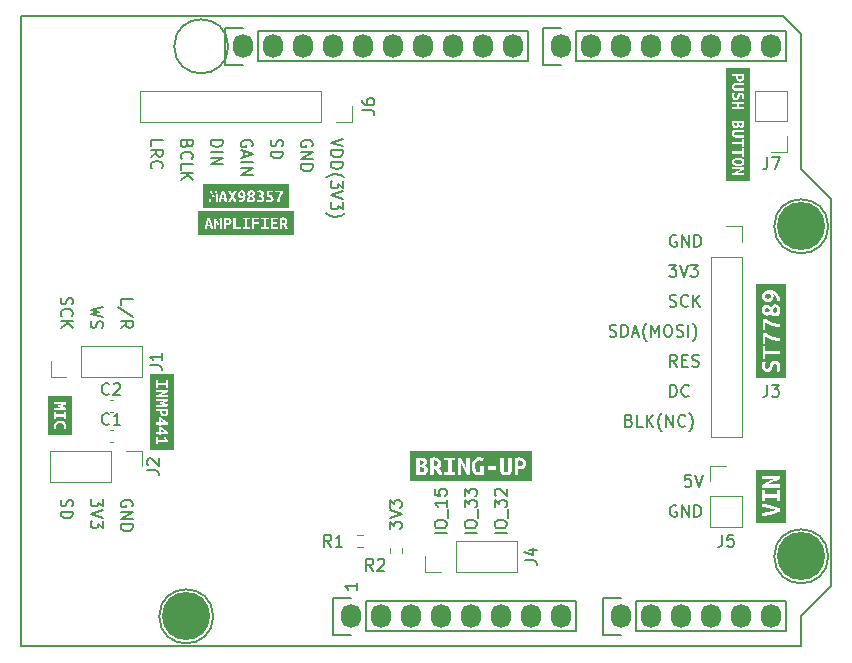
<source format=gbr>
%TF.GenerationSoftware,KiCad,Pcbnew,(6.0.5-0)*%
%TF.CreationDate,2022-06-12T09:40:54+09:00*%
%TF.ProjectId,esp32-walkie-talkie-v2,65737033-322d-4776-916c-6b69652d7461,rev?*%
%TF.SameCoordinates,PX69db1f0PY7882d48*%
%TF.FileFunction,Legend,Top*%
%TF.FilePolarity,Positive*%
%FSLAX46Y46*%
G04 Gerber Fmt 4.6, Leading zero omitted, Abs format (unit mm)*
G04 Created by KiCad (PCBNEW (6.0.5-0)) date 2022-06-12 09:40:54*
%MOMM*%
%LPD*%
G01*
G04 APERTURE LIST*
%TA.AperFunction,Profile*%
%ADD10C,0.150000*%
%TD*%
%ADD11C,0.150000*%
%ADD12C,0.120000*%
%ADD13O,1.727200X2.032000*%
%ADD14C,4.064000*%
G04 APERTURE END LIST*
D10*
X68580000Y37846000D02*
X66040000Y40386000D01*
X66040000Y0D02*
X66040000Y2540000D01*
X66040000Y51816000D02*
X64516000Y53340000D01*
X66040000Y2540000D02*
X68580000Y5080000D01*
X0Y53340000D02*
X0Y0D01*
X68580000Y5080000D02*
X68580000Y37846000D01*
X0Y0D02*
X66040000Y0D01*
X64516000Y53340000D02*
X0Y53340000D01*
X66040000Y40386000D02*
X66040000Y51816000D01*
D11*
X21185238Y42892024D02*
X21137619Y42749167D01*
X21137619Y42511072D01*
X21185238Y42415834D01*
X21232857Y42368215D01*
X21328095Y42320596D01*
X21423333Y42320596D01*
X21518571Y42368215D01*
X21566190Y42415834D01*
X21613809Y42511072D01*
X21661428Y42701548D01*
X21709047Y42796786D01*
X21756666Y42844405D01*
X21851904Y42892024D01*
X21947142Y42892024D01*
X22042380Y42844405D01*
X22090000Y42796786D01*
X22137619Y42701548D01*
X22137619Y42463453D01*
X22090000Y42320596D01*
X21137619Y41892024D02*
X22137619Y41892024D01*
X22137619Y41653929D01*
X22090000Y41511072D01*
X21994761Y41415834D01*
X21899523Y41368215D01*
X21709047Y41320596D01*
X21566190Y41320596D01*
X21375714Y41368215D01*
X21280476Y41415834D01*
X21185238Y41511072D01*
X21137619Y41653929D01*
X21137619Y41892024D01*
X49817976Y26265239D02*
X49960833Y26217620D01*
X50198928Y26217620D01*
X50294166Y26265239D01*
X50341785Y26312858D01*
X50389404Y26408096D01*
X50389404Y26503334D01*
X50341785Y26598572D01*
X50294166Y26646191D01*
X50198928Y26693810D01*
X50008452Y26741429D01*
X49913214Y26789048D01*
X49865595Y26836667D01*
X49817976Y26931905D01*
X49817976Y27027143D01*
X49865595Y27122381D01*
X49913214Y27170000D01*
X50008452Y27217620D01*
X50246547Y27217620D01*
X50389404Y27170000D01*
X50817976Y26217620D02*
X50817976Y27217620D01*
X51056071Y27217620D01*
X51198928Y27170000D01*
X51294166Y27074762D01*
X51341785Y26979524D01*
X51389404Y26789048D01*
X51389404Y26646191D01*
X51341785Y26455715D01*
X51294166Y26360477D01*
X51198928Y26265239D01*
X51056071Y26217620D01*
X50817976Y26217620D01*
X51770357Y26503334D02*
X52246547Y26503334D01*
X51675119Y26217620D02*
X52008452Y27217620D01*
X52341785Y26217620D01*
X52960833Y25836667D02*
X52913214Y25884286D01*
X52817976Y26027143D01*
X52770357Y26122381D01*
X52722738Y26265239D01*
X52675119Y26503334D01*
X52675119Y26693810D01*
X52722738Y26931905D01*
X52770357Y27074762D01*
X52817976Y27170000D01*
X52913214Y27312858D01*
X52960833Y27360477D01*
X53341785Y26217620D02*
X53341785Y27217620D01*
X53675119Y26503334D01*
X54008452Y27217620D01*
X54008452Y26217620D01*
X54675119Y27217620D02*
X54865595Y27217620D01*
X54960833Y27170000D01*
X55056071Y27074762D01*
X55103690Y26884286D01*
X55103690Y26550953D01*
X55056071Y26360477D01*
X54960833Y26265239D01*
X54865595Y26217620D01*
X54675119Y26217620D01*
X54579880Y26265239D01*
X54484642Y26360477D01*
X54437023Y26550953D01*
X54437023Y26884286D01*
X54484642Y27074762D01*
X54579880Y27170000D01*
X54675119Y27217620D01*
X55484642Y26265239D02*
X55627500Y26217620D01*
X55865595Y26217620D01*
X55960833Y26265239D01*
X56008452Y26312858D01*
X56056071Y26408096D01*
X56056071Y26503334D01*
X56008452Y26598572D01*
X55960833Y26646191D01*
X55865595Y26693810D01*
X55675119Y26741429D01*
X55579880Y26789048D01*
X55532261Y26836667D01*
X55484642Y26931905D01*
X55484642Y27027143D01*
X55532261Y27122381D01*
X55579880Y27170000D01*
X55675119Y27217620D01*
X55913214Y27217620D01*
X56056071Y27170000D01*
X56484642Y26217620D02*
X56484642Y27217620D01*
X56865595Y25836667D02*
X56913214Y25884286D01*
X57008452Y26027143D01*
X57056071Y26122381D01*
X57103690Y26265239D01*
X57151309Y26503334D01*
X57151309Y26693810D01*
X57103690Y26931905D01*
X57056071Y27074762D01*
X57008452Y27170000D01*
X56913214Y27312858D01*
X56865595Y27360477D01*
X56691785Y14517620D02*
X56215595Y14517620D01*
X56167976Y14041429D01*
X56215595Y14089048D01*
X56310833Y14136667D01*
X56548928Y14136667D01*
X56644166Y14089048D01*
X56691785Y14041429D01*
X56739404Y13946191D01*
X56739404Y13708096D01*
X56691785Y13612858D01*
X56644166Y13565239D01*
X56548928Y13517620D01*
X56310833Y13517620D01*
X56215595Y13565239D01*
X56167976Y13612858D01*
X57025119Y14517620D02*
X57358452Y13517620D01*
X57691785Y14517620D01*
X3405238Y29529405D02*
X3357619Y29386548D01*
X3357619Y29148453D01*
X3405238Y29053215D01*
X3452857Y29005596D01*
X3548095Y28957977D01*
X3643333Y28957977D01*
X3738571Y29005596D01*
X3786190Y29053215D01*
X3833809Y29148453D01*
X3881428Y29338929D01*
X3929047Y29434167D01*
X3976666Y29481786D01*
X4071904Y29529405D01*
X4167142Y29529405D01*
X4262380Y29481786D01*
X4310000Y29434167D01*
X4357619Y29338929D01*
X4357619Y29100834D01*
X4310000Y28957977D01*
X3452857Y27957977D02*
X3405238Y28005596D01*
X3357619Y28148453D01*
X3357619Y28243691D01*
X3405238Y28386548D01*
X3500476Y28481786D01*
X3595714Y28529405D01*
X3786190Y28577024D01*
X3929047Y28577024D01*
X4119523Y28529405D01*
X4214761Y28481786D01*
X4310000Y28386548D01*
X4357619Y28243691D01*
X4357619Y28148453D01*
X4310000Y28005596D01*
X4262380Y27957977D01*
X3357619Y27529405D02*
X4357619Y27529405D01*
X3357619Y26957977D02*
X3929047Y27386548D01*
X4357619Y26957977D02*
X3786190Y27529405D01*
X8437619Y28910358D02*
X8437619Y29386548D01*
X9437619Y29386548D01*
X9485238Y27862739D02*
X8199523Y28719881D01*
X8437619Y26957977D02*
X8913809Y27291310D01*
X8437619Y27529405D02*
X9437619Y27529405D01*
X9437619Y27148453D01*
X9390000Y27053215D01*
X9342380Y27005596D01*
X9247142Y26957977D01*
X9104285Y26957977D01*
X9009047Y27005596D01*
X8961428Y27053215D01*
X8913809Y27148453D01*
X8913809Y27529405D01*
X31202380Y9937905D02*
X31202380Y10556953D01*
X31583333Y10223620D01*
X31583333Y10366477D01*
X31630952Y10461715D01*
X31678571Y10509334D01*
X31773809Y10556953D01*
X32011904Y10556953D01*
X32107142Y10509334D01*
X32154761Y10461715D01*
X32202380Y10366477D01*
X32202380Y10080762D01*
X32154761Y9985524D01*
X32107142Y9937905D01*
X31202380Y10842667D02*
X32202380Y11176000D01*
X31202380Y11509334D01*
X31202380Y11747429D02*
X31202380Y12366477D01*
X31583333Y12033143D01*
X31583333Y12176000D01*
X31630952Y12271239D01*
X31678571Y12318858D01*
X31773809Y12366477D01*
X32011904Y12366477D01*
X32107142Y12318858D01*
X32154761Y12271239D01*
X32202380Y12176000D01*
X32202380Y11890286D01*
X32154761Y11795048D01*
X32107142Y11747429D01*
X14041428Y42511072D02*
X13993809Y42368215D01*
X13946190Y42320596D01*
X13850952Y42272977D01*
X13708095Y42272977D01*
X13612857Y42320596D01*
X13565238Y42368215D01*
X13517619Y42463453D01*
X13517619Y42844405D01*
X14517619Y42844405D01*
X14517619Y42511072D01*
X14470000Y42415834D01*
X14422380Y42368215D01*
X14327142Y42320596D01*
X14231904Y42320596D01*
X14136666Y42368215D01*
X14089047Y42415834D01*
X14041428Y42511072D01*
X14041428Y42844405D01*
X13612857Y41272977D02*
X13565238Y41320596D01*
X13517619Y41463453D01*
X13517619Y41558691D01*
X13565238Y41701548D01*
X13660476Y41796786D01*
X13755714Y41844405D01*
X13946190Y41892024D01*
X14089047Y41892024D01*
X14279523Y41844405D01*
X14374761Y41796786D01*
X14470000Y41701548D01*
X14517619Y41558691D01*
X14517619Y41463453D01*
X14470000Y41320596D01*
X14422380Y41272977D01*
X13517619Y40368215D02*
X13517619Y40844405D01*
X14517619Y40844405D01*
X13517619Y40034881D02*
X14517619Y40034881D01*
X13517619Y39463453D02*
X14089047Y39892024D01*
X14517619Y39463453D02*
X13946190Y40034881D01*
X6897619Y12459643D02*
X6897619Y11840596D01*
X6516666Y12173929D01*
X6516666Y12031072D01*
X6469047Y11935834D01*
X6421428Y11888215D01*
X6326190Y11840596D01*
X6088095Y11840596D01*
X5992857Y11888215D01*
X5945238Y11935834D01*
X5897619Y12031072D01*
X5897619Y12316786D01*
X5945238Y12412024D01*
X5992857Y12459643D01*
X6897619Y11554881D02*
X5897619Y11221548D01*
X6897619Y10888215D01*
X6897619Y10650120D02*
X6897619Y10031072D01*
X6516666Y10364405D01*
X6516666Y10221548D01*
X6469047Y10126310D01*
X6421428Y10078691D01*
X6326190Y10031072D01*
X6088095Y10031072D01*
X5992857Y10078691D01*
X5945238Y10126310D01*
X5897619Y10221548D01*
X5897619Y10507262D01*
X5945238Y10602500D01*
X5992857Y10650120D01*
X55469404Y11900000D02*
X55374166Y11947620D01*
X55231309Y11947620D01*
X55088452Y11900000D01*
X54993214Y11804762D01*
X54945595Y11709524D01*
X54897976Y11519048D01*
X54897976Y11376191D01*
X54945595Y11185715D01*
X54993214Y11090477D01*
X55088452Y10995239D01*
X55231309Y10947620D01*
X55326547Y10947620D01*
X55469404Y10995239D01*
X55517023Y11042858D01*
X55517023Y11376191D01*
X55326547Y11376191D01*
X55945595Y10947620D02*
X55945595Y11947620D01*
X56517023Y10947620D01*
X56517023Y11947620D01*
X56993214Y10947620D02*
X56993214Y11947620D01*
X57231309Y11947620D01*
X57374166Y11900000D01*
X57469404Y11804762D01*
X57517023Y11709524D01*
X57564642Y11519048D01*
X57564642Y11376191D01*
X57517023Y11185715D01*
X57469404Y11090477D01*
X57374166Y10995239D01*
X57231309Y10947620D01*
X56993214Y10947620D01*
X6897619Y28719881D02*
X5897619Y28481786D01*
X6611904Y28291310D01*
X5897619Y28100834D01*
X6897619Y27862739D01*
X5945238Y27529405D02*
X5897619Y27386548D01*
X5897619Y27148453D01*
X5945238Y27053215D01*
X5992857Y27005596D01*
X6088095Y26957977D01*
X6183333Y26957977D01*
X6278571Y27005596D01*
X6326190Y27053215D01*
X6373809Y27148453D01*
X6421428Y27338929D01*
X6469047Y27434167D01*
X6516666Y27481786D01*
X6611904Y27529405D01*
X6707142Y27529405D01*
X6802380Y27481786D01*
X6850000Y27434167D01*
X6897619Y27338929D01*
X6897619Y27100834D01*
X6850000Y26957977D01*
X55517023Y23677620D02*
X55183690Y24153810D01*
X54945595Y23677620D02*
X54945595Y24677620D01*
X55326547Y24677620D01*
X55421785Y24630000D01*
X55469404Y24582381D01*
X55517023Y24487143D01*
X55517023Y24344286D01*
X55469404Y24249048D01*
X55421785Y24201429D01*
X55326547Y24153810D01*
X54945595Y24153810D01*
X55945595Y24201429D02*
X56278928Y24201429D01*
X56421785Y23677620D02*
X55945595Y23677620D01*
X55945595Y24677620D01*
X56421785Y24677620D01*
X56802738Y23725239D02*
X56945595Y23677620D01*
X57183690Y23677620D01*
X57278928Y23725239D01*
X57326547Y23772858D01*
X57374166Y23868096D01*
X57374166Y23963334D01*
X57326547Y24058572D01*
X57278928Y24106191D01*
X57183690Y24153810D01*
X56993214Y24201429D01*
X56897976Y24249048D01*
X56850357Y24296667D01*
X56802738Y24391905D01*
X56802738Y24487143D01*
X56850357Y24582381D01*
X56897976Y24630000D01*
X56993214Y24677620D01*
X57231309Y24677620D01*
X57374166Y24630000D01*
X38552380Y9572858D02*
X37552380Y9572858D01*
X37552380Y10239524D02*
X37552380Y10430000D01*
X37600000Y10525239D01*
X37695238Y10620477D01*
X37885714Y10668096D01*
X38219047Y10668096D01*
X38409523Y10620477D01*
X38504761Y10525239D01*
X38552380Y10430000D01*
X38552380Y10239524D01*
X38504761Y10144286D01*
X38409523Y10049048D01*
X38219047Y10001429D01*
X37885714Y10001429D01*
X37695238Y10049048D01*
X37600000Y10144286D01*
X37552380Y10239524D01*
X38647619Y10858572D02*
X38647619Y11620477D01*
X37552380Y11763334D02*
X37552380Y12382381D01*
X37933333Y12049048D01*
X37933333Y12191905D01*
X37980952Y12287143D01*
X38028571Y12334762D01*
X38123809Y12382381D01*
X38361904Y12382381D01*
X38457142Y12334762D01*
X38504761Y12287143D01*
X38552380Y12191905D01*
X38552380Y11906191D01*
X38504761Y11810953D01*
X38457142Y11763334D01*
X37552380Y12715715D02*
X37552380Y13334762D01*
X37933333Y13001429D01*
X37933333Y13144286D01*
X37980952Y13239524D01*
X38028571Y13287143D01*
X38123809Y13334762D01*
X38361904Y13334762D01*
X38457142Y13287143D01*
X38504761Y13239524D01*
X38552380Y13144286D01*
X38552380Y12858572D01*
X38504761Y12763334D01*
X38457142Y12715715D01*
X27217619Y42987262D02*
X26217619Y42653929D01*
X27217619Y42320596D01*
X26217619Y41987262D02*
X27217619Y41987262D01*
X27217619Y41749167D01*
X27170000Y41606310D01*
X27074761Y41511072D01*
X26979523Y41463453D01*
X26789047Y41415834D01*
X26646190Y41415834D01*
X26455714Y41463453D01*
X26360476Y41511072D01*
X26265238Y41606310D01*
X26217619Y41749167D01*
X26217619Y41987262D01*
X26217619Y40987262D02*
X27217619Y40987262D01*
X27217619Y40749167D01*
X27170000Y40606310D01*
X27074761Y40511072D01*
X26979523Y40463453D01*
X26789047Y40415834D01*
X26646190Y40415834D01*
X26455714Y40463453D01*
X26360476Y40511072D01*
X26265238Y40606310D01*
X26217619Y40749167D01*
X26217619Y40987262D01*
X25836666Y39701548D02*
X25884285Y39749167D01*
X26027142Y39844405D01*
X26122380Y39892024D01*
X26265238Y39939643D01*
X26503333Y39987262D01*
X26693809Y39987262D01*
X26931904Y39939643D01*
X27074761Y39892024D01*
X27170000Y39844405D01*
X27312857Y39749167D01*
X27360476Y39701548D01*
X27217619Y39415834D02*
X27217619Y38796786D01*
X26836666Y39130120D01*
X26836666Y38987262D01*
X26789047Y38892024D01*
X26741428Y38844405D01*
X26646190Y38796786D01*
X26408095Y38796786D01*
X26312857Y38844405D01*
X26265238Y38892024D01*
X26217619Y38987262D01*
X26217619Y39272977D01*
X26265238Y39368215D01*
X26312857Y39415834D01*
X27217619Y38511072D02*
X26217619Y38177739D01*
X27217619Y37844405D01*
X27217619Y37606310D02*
X27217619Y36987262D01*
X26836666Y37320596D01*
X26836666Y37177739D01*
X26789047Y37082500D01*
X26741428Y37034881D01*
X26646190Y36987262D01*
X26408095Y36987262D01*
X26312857Y37034881D01*
X26265238Y37082500D01*
X26217619Y37177739D01*
X26217619Y37463453D01*
X26265238Y37558691D01*
X26312857Y37606310D01*
X25836666Y36653929D02*
X25884285Y36606310D01*
X26027142Y36511072D01*
X26122380Y36463453D01*
X26265238Y36415834D01*
X26503333Y36368215D01*
X26693809Y36368215D01*
X26931904Y36415834D01*
X27074761Y36463453D01*
X27170000Y36511072D01*
X27312857Y36606310D01*
X27360476Y36653929D01*
X19550000Y42320596D02*
X19597619Y42415834D01*
X19597619Y42558691D01*
X19550000Y42701548D01*
X19454761Y42796786D01*
X19359523Y42844405D01*
X19169047Y42892024D01*
X19026190Y42892024D01*
X18835714Y42844405D01*
X18740476Y42796786D01*
X18645238Y42701548D01*
X18597619Y42558691D01*
X18597619Y42463453D01*
X18645238Y42320596D01*
X18692857Y42272977D01*
X19026190Y42272977D01*
X19026190Y42463453D01*
X18883333Y41892024D02*
X18883333Y41415834D01*
X18597619Y41987262D02*
X19597619Y41653929D01*
X18597619Y41320596D01*
X18597619Y40987262D02*
X19597619Y40987262D01*
X18597619Y40511072D02*
X19597619Y40511072D01*
X18597619Y39939643D01*
X19597619Y39939643D01*
X54897976Y28805239D02*
X55040833Y28757620D01*
X55278928Y28757620D01*
X55374166Y28805239D01*
X55421785Y28852858D01*
X55469404Y28948096D01*
X55469404Y29043334D01*
X55421785Y29138572D01*
X55374166Y29186191D01*
X55278928Y29233810D01*
X55088452Y29281429D01*
X54993214Y29329048D01*
X54945595Y29376667D01*
X54897976Y29471905D01*
X54897976Y29567143D01*
X54945595Y29662381D01*
X54993214Y29710000D01*
X55088452Y29757620D01*
X55326547Y29757620D01*
X55469404Y29710000D01*
X56469404Y28852858D02*
X56421785Y28805239D01*
X56278928Y28757620D01*
X56183690Y28757620D01*
X56040833Y28805239D01*
X55945595Y28900477D01*
X55897976Y28995715D01*
X55850357Y29186191D01*
X55850357Y29329048D01*
X55897976Y29519524D01*
X55945595Y29614762D01*
X56040833Y29710000D01*
X56183690Y29757620D01*
X56278928Y29757620D01*
X56421785Y29710000D01*
X56469404Y29662381D01*
X56897976Y28757620D02*
X56897976Y29757620D01*
X57469404Y28757620D02*
X57040833Y29329048D01*
X57469404Y29757620D02*
X56897976Y29186191D01*
X41092380Y9572858D02*
X40092380Y9572858D01*
X40092380Y10239524D02*
X40092380Y10430000D01*
X40140000Y10525239D01*
X40235238Y10620477D01*
X40425714Y10668096D01*
X40759047Y10668096D01*
X40949523Y10620477D01*
X41044761Y10525239D01*
X41092380Y10430000D01*
X41092380Y10239524D01*
X41044761Y10144286D01*
X40949523Y10049048D01*
X40759047Y10001429D01*
X40425714Y10001429D01*
X40235238Y10049048D01*
X40140000Y10144286D01*
X40092380Y10239524D01*
X41187619Y10858572D02*
X41187619Y11620477D01*
X40092380Y11763334D02*
X40092380Y12382381D01*
X40473333Y12049048D01*
X40473333Y12191905D01*
X40520952Y12287143D01*
X40568571Y12334762D01*
X40663809Y12382381D01*
X40901904Y12382381D01*
X40997142Y12334762D01*
X41044761Y12287143D01*
X41092380Y12191905D01*
X41092380Y11906191D01*
X41044761Y11810953D01*
X40997142Y11763334D01*
X40187619Y12763334D02*
X40140000Y12810953D01*
X40092380Y12906191D01*
X40092380Y13144286D01*
X40140000Y13239524D01*
X40187619Y13287143D01*
X40282857Y13334762D01*
X40378095Y13334762D01*
X40520952Y13287143D01*
X41092380Y12715715D01*
X41092380Y13334762D01*
X55469404Y34790000D02*
X55374166Y34837620D01*
X55231309Y34837620D01*
X55088452Y34790000D01*
X54993214Y34694762D01*
X54945595Y34599524D01*
X54897976Y34409048D01*
X54897976Y34266191D01*
X54945595Y34075715D01*
X54993214Y33980477D01*
X55088452Y33885239D01*
X55231309Y33837620D01*
X55326547Y33837620D01*
X55469404Y33885239D01*
X55517023Y33932858D01*
X55517023Y34266191D01*
X55326547Y34266191D01*
X55945595Y33837620D02*
X55945595Y34837620D01*
X56517023Y33837620D01*
X56517023Y34837620D01*
X56993214Y33837620D02*
X56993214Y34837620D01*
X57231309Y34837620D01*
X57374166Y34790000D01*
X57469404Y34694762D01*
X57517023Y34599524D01*
X57564642Y34409048D01*
X57564642Y34266191D01*
X57517023Y34075715D01*
X57469404Y33980477D01*
X57374166Y33885239D01*
X57231309Y33837620D01*
X56993214Y33837620D01*
X54850357Y32297620D02*
X55469404Y32297620D01*
X55136071Y31916667D01*
X55278928Y31916667D01*
X55374166Y31869048D01*
X55421785Y31821429D01*
X55469404Y31726191D01*
X55469404Y31488096D01*
X55421785Y31392858D01*
X55374166Y31345239D01*
X55278928Y31297620D01*
X54993214Y31297620D01*
X54897976Y31345239D01*
X54850357Y31392858D01*
X55755119Y32297620D02*
X56088452Y31297620D01*
X56421785Y32297620D01*
X56659880Y32297620D02*
X57278928Y32297620D01*
X56945595Y31916667D01*
X57088452Y31916667D01*
X57183690Y31869048D01*
X57231309Y31821429D01*
X57278928Y31726191D01*
X57278928Y31488096D01*
X57231309Y31392858D01*
X57183690Y31345239D01*
X57088452Y31297620D01*
X56802738Y31297620D01*
X56707500Y31345239D01*
X56659880Y31392858D01*
X9390000Y11840596D02*
X9437619Y11935834D01*
X9437619Y12078691D01*
X9390000Y12221548D01*
X9294761Y12316786D01*
X9199523Y12364405D01*
X9009047Y12412024D01*
X8866190Y12412024D01*
X8675714Y12364405D01*
X8580476Y12316786D01*
X8485238Y12221548D01*
X8437619Y12078691D01*
X8437619Y11983453D01*
X8485238Y11840596D01*
X8532857Y11792977D01*
X8866190Y11792977D01*
X8866190Y11983453D01*
X8437619Y11364405D02*
X9437619Y11364405D01*
X8437619Y10792977D01*
X9437619Y10792977D01*
X8437619Y10316786D02*
X9437619Y10316786D01*
X9437619Y10078691D01*
X9390000Y9935834D01*
X9294761Y9840596D01*
X9199523Y9792977D01*
X9009047Y9745358D01*
X8866190Y9745358D01*
X8675714Y9792977D01*
X8580476Y9840596D01*
X8485238Y9935834D01*
X8437619Y10078691D01*
X8437619Y10316786D01*
X36012380Y9572858D02*
X35012380Y9572858D01*
X35012380Y10239524D02*
X35012380Y10430000D01*
X35060000Y10525239D01*
X35155238Y10620477D01*
X35345714Y10668096D01*
X35679047Y10668096D01*
X35869523Y10620477D01*
X35964761Y10525239D01*
X36012380Y10430000D01*
X36012380Y10239524D01*
X35964761Y10144286D01*
X35869523Y10049048D01*
X35679047Y10001429D01*
X35345714Y10001429D01*
X35155238Y10049048D01*
X35060000Y10144286D01*
X35012380Y10239524D01*
X36107619Y10858572D02*
X36107619Y11620477D01*
X36012380Y12382381D02*
X36012380Y11810953D01*
X36012380Y12096667D02*
X35012380Y12096667D01*
X35155238Y12001429D01*
X35250476Y11906191D01*
X35298095Y11810953D01*
X35012380Y13287143D02*
X35012380Y12810953D01*
X35488571Y12763334D01*
X35440952Y12810953D01*
X35393333Y12906191D01*
X35393333Y13144286D01*
X35440952Y13239524D01*
X35488571Y13287143D01*
X35583809Y13334762D01*
X35821904Y13334762D01*
X35917142Y13287143D01*
X35964761Y13239524D01*
X36012380Y13144286D01*
X36012380Y12906191D01*
X35964761Y12810953D01*
X35917142Y12763334D01*
X16057619Y42844405D02*
X17057619Y42844405D01*
X17057619Y42606310D01*
X17010000Y42463453D01*
X16914761Y42368215D01*
X16819523Y42320596D01*
X16629047Y42272977D01*
X16486190Y42272977D01*
X16295714Y42320596D01*
X16200476Y42368215D01*
X16105238Y42463453D01*
X16057619Y42606310D01*
X16057619Y42844405D01*
X16057619Y41844405D02*
X17057619Y41844405D01*
X16057619Y41368215D02*
X17057619Y41368215D01*
X16057619Y40796786D01*
X17057619Y40796786D01*
X54945595Y21137620D02*
X54945595Y22137620D01*
X55183690Y22137620D01*
X55326547Y22090000D01*
X55421785Y21994762D01*
X55469404Y21899524D01*
X55517023Y21709048D01*
X55517023Y21566191D01*
X55469404Y21375715D01*
X55421785Y21280477D01*
X55326547Y21185239D01*
X55183690Y21137620D01*
X54945595Y21137620D01*
X56517023Y21232858D02*
X56469404Y21185239D01*
X56326547Y21137620D01*
X56231309Y21137620D01*
X56088452Y21185239D01*
X55993214Y21280477D01*
X55945595Y21375715D01*
X55897976Y21566191D01*
X55897976Y21709048D01*
X55945595Y21899524D01*
X55993214Y21994762D01*
X56088452Y22090000D01*
X56231309Y22137620D01*
X56326547Y22137620D01*
X56469404Y22090000D01*
X56517023Y22042381D01*
X28392380Y5365715D02*
X28392380Y4794286D01*
X28392380Y5080000D02*
X27392380Y5080000D01*
X27535238Y4984762D01*
X27630476Y4889524D01*
X27678095Y4794286D01*
X3405238Y12412024D02*
X3357619Y12269167D01*
X3357619Y12031072D01*
X3405238Y11935834D01*
X3452857Y11888215D01*
X3548095Y11840596D01*
X3643333Y11840596D01*
X3738571Y11888215D01*
X3786190Y11935834D01*
X3833809Y12031072D01*
X3881428Y12221548D01*
X3929047Y12316786D01*
X3976666Y12364405D01*
X4071904Y12412024D01*
X4167142Y12412024D01*
X4262380Y12364405D01*
X4310000Y12316786D01*
X4357619Y12221548D01*
X4357619Y11983453D01*
X4310000Y11840596D01*
X3357619Y11412024D02*
X4357619Y11412024D01*
X4357619Y11173929D01*
X4310000Y11031072D01*
X4214761Y10935834D01*
X4119523Y10888215D01*
X3929047Y10840596D01*
X3786190Y10840596D01*
X3595714Y10888215D01*
X3500476Y10935834D01*
X3405238Y11031072D01*
X3357619Y11173929D01*
X3357619Y11412024D01*
X24630000Y42320596D02*
X24677619Y42415834D01*
X24677619Y42558691D01*
X24630000Y42701548D01*
X24534761Y42796786D01*
X24439523Y42844405D01*
X24249047Y42892024D01*
X24106190Y42892024D01*
X23915714Y42844405D01*
X23820476Y42796786D01*
X23725238Y42701548D01*
X23677619Y42558691D01*
X23677619Y42463453D01*
X23725238Y42320596D01*
X23772857Y42272977D01*
X24106190Y42272977D01*
X24106190Y42463453D01*
X23677619Y41844405D02*
X24677619Y41844405D01*
X23677619Y41272977D01*
X24677619Y41272977D01*
X23677619Y40796786D02*
X24677619Y40796786D01*
X24677619Y40558691D01*
X24630000Y40415834D01*
X24534761Y40320596D01*
X24439523Y40272977D01*
X24249047Y40225358D01*
X24106190Y40225358D01*
X23915714Y40272977D01*
X23820476Y40320596D01*
X23725238Y40415834D01*
X23677619Y40558691D01*
X23677619Y40796786D01*
X51468928Y19121429D02*
X51611785Y19073810D01*
X51659404Y19026191D01*
X51707023Y18930953D01*
X51707023Y18788096D01*
X51659404Y18692858D01*
X51611785Y18645239D01*
X51516547Y18597620D01*
X51135595Y18597620D01*
X51135595Y19597620D01*
X51468928Y19597620D01*
X51564166Y19550000D01*
X51611785Y19502381D01*
X51659404Y19407143D01*
X51659404Y19311905D01*
X51611785Y19216667D01*
X51564166Y19169048D01*
X51468928Y19121429D01*
X51135595Y19121429D01*
X52611785Y18597620D02*
X52135595Y18597620D01*
X52135595Y19597620D01*
X52945119Y18597620D02*
X52945119Y19597620D01*
X53516547Y18597620D02*
X53087976Y19169048D01*
X53516547Y19597620D02*
X52945119Y19026191D01*
X54230833Y18216667D02*
X54183214Y18264286D01*
X54087976Y18407143D01*
X54040357Y18502381D01*
X53992738Y18645239D01*
X53945119Y18883334D01*
X53945119Y19073810D01*
X53992738Y19311905D01*
X54040357Y19454762D01*
X54087976Y19550000D01*
X54183214Y19692858D01*
X54230833Y19740477D01*
X54611785Y18597620D02*
X54611785Y19597620D01*
X55183214Y18597620D01*
X55183214Y19597620D01*
X56230833Y18692858D02*
X56183214Y18645239D01*
X56040357Y18597620D01*
X55945119Y18597620D01*
X55802261Y18645239D01*
X55707023Y18740477D01*
X55659404Y18835715D01*
X55611785Y19026191D01*
X55611785Y19169048D01*
X55659404Y19359524D01*
X55707023Y19454762D01*
X55802261Y19550000D01*
X55945119Y19597620D01*
X56040357Y19597620D01*
X56183214Y19550000D01*
X56230833Y19502381D01*
X56564166Y18216667D02*
X56611785Y18264286D01*
X56707023Y18407143D01*
X56754642Y18502381D01*
X56802261Y18645239D01*
X56849880Y18883334D01*
X56849880Y19073810D01*
X56802261Y19311905D01*
X56754642Y19454762D01*
X56707023Y19550000D01*
X56611785Y19692858D01*
X56564166Y19740477D01*
X10977619Y42368215D02*
X10977619Y42844405D01*
X11977619Y42844405D01*
X10977619Y41463453D02*
X11453809Y41796786D01*
X10977619Y42034881D02*
X11977619Y42034881D01*
X11977619Y41653929D01*
X11930000Y41558691D01*
X11882380Y41511072D01*
X11787142Y41463453D01*
X11644285Y41463453D01*
X11549047Y41511072D01*
X11501428Y41558691D01*
X11453809Y41653929D01*
X11453809Y42034881D01*
X11072857Y40463453D02*
X11025238Y40511072D01*
X10977619Y40653929D01*
X10977619Y40749167D01*
X11025238Y40892024D01*
X11120476Y40987262D01*
X11215714Y41034881D01*
X11406190Y41082500D01*
X11549047Y41082500D01*
X11739523Y41034881D01*
X11834761Y40987262D01*
X11930000Y40892024D01*
X11977619Y40749167D01*
X11977619Y40653929D01*
X11930000Y40511072D01*
X11882380Y40463453D01*
%TO.C,R1*%
X26249333Y8437620D02*
X25916000Y8913810D01*
X25677904Y8437620D02*
X25677904Y9437620D01*
X26058857Y9437620D01*
X26154095Y9390000D01*
X26201714Y9342381D01*
X26249333Y9247143D01*
X26249333Y9104286D01*
X26201714Y9009048D01*
X26154095Y8961429D01*
X26058857Y8913810D01*
X25677904Y8913810D01*
X27201714Y8437620D02*
X26630285Y8437620D01*
X26916000Y8437620D02*
X26916000Y9437620D01*
X26820761Y9294762D01*
X26725523Y9199524D01*
X26630285Y9151905D01*
%TO.C,J3*%
X63166666Y22137620D02*
X63166666Y21423334D01*
X63119047Y21280477D01*
X63023809Y21185239D01*
X62880952Y21137620D01*
X62785714Y21137620D01*
X63547619Y22137620D02*
X64166666Y22137620D01*
X63833333Y21756667D01*
X63976190Y21756667D01*
X64071428Y21709048D01*
X64119047Y21661429D01*
X64166666Y21566191D01*
X64166666Y21328096D01*
X64119047Y21232858D01*
X64071428Y21185239D01*
X63976190Y21137620D01*
X63690476Y21137620D01*
X63595238Y21185239D01*
X63547619Y21232858D01*
%TO.C,R2*%
X29805333Y6405620D02*
X29472000Y6881810D01*
X29233904Y6405620D02*
X29233904Y7405620D01*
X29614857Y7405620D01*
X29710095Y7358000D01*
X29757714Y7310381D01*
X29805333Y7215143D01*
X29805333Y7072286D01*
X29757714Y6977048D01*
X29710095Y6929429D01*
X29614857Y6881810D01*
X29233904Y6881810D01*
X30186285Y7310381D02*
X30233904Y7358000D01*
X30329142Y7405620D01*
X30567238Y7405620D01*
X30662476Y7358000D01*
X30710095Y7310381D01*
X30757714Y7215143D01*
X30757714Y7119905D01*
X30710095Y6977048D01*
X30138666Y6405620D01*
X30757714Y6405620D01*
%TO.C,C1*%
X7453333Y18852858D02*
X7405714Y18805239D01*
X7262857Y18757620D01*
X7167619Y18757620D01*
X7024761Y18805239D01*
X6929523Y18900477D01*
X6881904Y18995715D01*
X6834285Y19186191D01*
X6834285Y19329048D01*
X6881904Y19519524D01*
X6929523Y19614762D01*
X7024761Y19710000D01*
X7167619Y19757620D01*
X7262857Y19757620D01*
X7405714Y19710000D01*
X7453333Y19662381D01*
X8405714Y18757620D02*
X7834285Y18757620D01*
X8120000Y18757620D02*
X8120000Y19757620D01*
X8024761Y19614762D01*
X7929523Y19519524D01*
X7834285Y19471905D01*
%TO.C,J2*%
X10657380Y14906667D02*
X11371666Y14906667D01*
X11514523Y14859048D01*
X11609761Y14763810D01*
X11657380Y14620953D01*
X11657380Y14525715D01*
X10752619Y15335239D02*
X10705000Y15382858D01*
X10657380Y15478096D01*
X10657380Y15716191D01*
X10705000Y15811429D01*
X10752619Y15859048D01*
X10847857Y15906667D01*
X10943095Y15906667D01*
X11085952Y15859048D01*
X11657380Y15287620D01*
X11657380Y15906667D01*
%TO.C,J7*%
X63166666Y41397620D02*
X63166666Y40683334D01*
X63119047Y40540477D01*
X63023809Y40445239D01*
X62880952Y40397620D01*
X62785714Y40397620D01*
X63547619Y41397620D02*
X64214285Y41397620D01*
X63785714Y40397620D01*
%TO.C,J1*%
X10882380Y23796667D02*
X11596666Y23796667D01*
X11739523Y23749048D01*
X11834761Y23653810D01*
X11882380Y23510953D01*
X11882380Y23415715D01*
X11882380Y24796667D02*
X11882380Y24225239D01*
X11882380Y24510953D02*
X10882380Y24510953D01*
X11025238Y24415715D01*
X11120476Y24320477D01*
X11168095Y24225239D01*
%TO.C,J6*%
X28892380Y45386667D02*
X29606666Y45386667D01*
X29749523Y45339048D01*
X29844761Y45243810D01*
X29892380Y45100953D01*
X29892380Y45005715D01*
X28892380Y46291429D02*
X28892380Y46100953D01*
X28940000Y46005715D01*
X28987619Y45958096D01*
X29130476Y45862858D01*
X29320952Y45815239D01*
X29701904Y45815239D01*
X29797142Y45862858D01*
X29844761Y45910477D01*
X29892380Y46005715D01*
X29892380Y46196191D01*
X29844761Y46291429D01*
X29797142Y46339048D01*
X29701904Y46386667D01*
X29463809Y46386667D01*
X29368571Y46339048D01*
X29320952Y46291429D01*
X29273333Y46196191D01*
X29273333Y46005715D01*
X29320952Y45910477D01*
X29368571Y45862858D01*
X29463809Y45815239D01*
%TO.C,C2*%
X7453333Y21392858D02*
X7405714Y21345239D01*
X7262857Y21297620D01*
X7167619Y21297620D01*
X7024761Y21345239D01*
X6929523Y21440477D01*
X6881904Y21535715D01*
X6834285Y21726191D01*
X6834285Y21869048D01*
X6881904Y22059524D01*
X6929523Y22154762D01*
X7024761Y22250000D01*
X7167619Y22297620D01*
X7262857Y22297620D01*
X7405714Y22250000D01*
X7453333Y22202381D01*
X7834285Y22202381D02*
X7881904Y22250000D01*
X7977142Y22297620D01*
X8215238Y22297620D01*
X8310476Y22250000D01*
X8358095Y22202381D01*
X8405714Y22107143D01*
X8405714Y22011905D01*
X8358095Y21869048D01*
X7786666Y21297620D01*
X8405714Y21297620D01*
%TO.C,J5*%
X59356666Y9437620D02*
X59356666Y8723334D01*
X59309047Y8580477D01*
X59213809Y8485239D01*
X59070952Y8437620D01*
X58975714Y8437620D01*
X60309047Y9437620D02*
X59832857Y9437620D01*
X59785238Y8961429D01*
X59832857Y9009048D01*
X59928095Y9056667D01*
X60166190Y9056667D01*
X60261428Y9009048D01*
X60309047Y8961429D01*
X60356666Y8866191D01*
X60356666Y8628096D01*
X60309047Y8532858D01*
X60261428Y8485239D01*
X60166190Y8437620D01*
X59928095Y8437620D01*
X59832857Y8485239D01*
X59785238Y8532858D01*
%TO.C,J4*%
X42632380Y7286667D02*
X43346666Y7286667D01*
X43489523Y7239048D01*
X43584761Y7143810D01*
X43632380Y7000953D01*
X43632380Y6905715D01*
X42965714Y8191429D02*
X43632380Y8191429D01*
X42584761Y7953334D02*
X43299047Y7715239D01*
X43299047Y8334286D01*
%TO.C,kibuzzard-62A53555*%
G36*
X14981370Y36823518D02*
G01*
X23118630Y36823518D01*
X23118630Y34804482D01*
X14981370Y34804482D01*
X14981370Y35317112D01*
X15494000Y35317112D01*
X15697200Y35317112D01*
X15741650Y35544125D01*
X16003587Y35544125D01*
X16049625Y35317112D01*
X16259175Y35317112D01*
X16309975Y35317112D01*
X16489362Y35317112D01*
X16481425Y36080700D01*
X16597312Y35664775D01*
X16740187Y35664775D01*
X16860837Y36080700D01*
X16851312Y35317112D01*
X17030700Y35317112D01*
X17152937Y35317112D01*
X17348200Y35317112D01*
X17973675Y35317112D01*
X18591212Y35317112D01*
X18740437Y35317112D01*
X19364325Y35317112D01*
X19548475Y35317112D01*
X19743738Y35317112D01*
X20327938Y35317112D01*
X20951825Y35317112D01*
X21135975Y35317112D01*
X21766213Y35317112D01*
X21915438Y35317112D01*
X22110700Y35317112D01*
X22110700Y35679062D01*
X22212300Y35679062D01*
X22266077Y35589170D01*
X22316281Y35500469D01*
X22361723Y35410577D01*
X22401213Y35317112D01*
X22606000Y35317112D01*
X22560756Y35421094D01*
X22505988Y35530631D01*
X22447250Y35635406D01*
X22390100Y35726687D01*
X22459553Y35771534D01*
X22505988Y35833050D01*
X22532181Y35906869D01*
X22540913Y35988625D01*
X22534364Y36065817D01*
X22514719Y36132294D01*
X22439313Y36233100D01*
X22385338Y36267628D01*
X22321838Y36291838D01*
X22249606Y36306125D01*
X22169438Y36310888D01*
X22113875Y36309300D01*
X22047200Y36305331D01*
X21978144Y36297394D01*
X21915438Y36285488D01*
X21915438Y35317112D01*
X21766213Y35317112D01*
X21766213Y35479037D01*
X21331238Y35479037D01*
X21331238Y35755262D01*
X21678900Y35755262D01*
X21678900Y35917188D01*
X21331238Y35917188D01*
X21331238Y36137850D01*
X21731288Y36137850D01*
X21731288Y36299775D01*
X21135975Y36299775D01*
X21135975Y35317112D01*
X20951825Y35317112D01*
X20951825Y35479037D01*
X20739100Y35479037D01*
X20739100Y36137850D01*
X20951825Y36137850D01*
X20951825Y36299775D01*
X20327938Y36299775D01*
X20327938Y36137850D01*
X20542250Y36137850D01*
X20542250Y35479037D01*
X20327938Y35479037D01*
X20327938Y35317112D01*
X19743738Y35317112D01*
X19743738Y35737800D01*
X20099338Y35737800D01*
X20099338Y35899725D01*
X19743738Y35899725D01*
X19743738Y36137850D01*
X20150138Y36137850D01*
X20150138Y36299775D01*
X19548475Y36299775D01*
X19548475Y35317112D01*
X19364325Y35317112D01*
X19364325Y35479037D01*
X19151600Y35479037D01*
X19151600Y36137850D01*
X19364325Y36137850D01*
X19364325Y36299775D01*
X18740437Y36299775D01*
X18740437Y36137850D01*
X18954750Y36137850D01*
X18954750Y35479037D01*
X18740437Y35479037D01*
X18740437Y35317112D01*
X18591212Y35317112D01*
X18591212Y35479037D01*
X18170525Y35479037D01*
X18170525Y36299775D01*
X17973675Y36299775D01*
X17973675Y35317112D01*
X17348200Y35317112D01*
X17348200Y35648900D01*
X17418050Y35648900D01*
X17535437Y35657631D01*
X17633597Y35683825D01*
X17712531Y35727481D01*
X17770299Y35790717D01*
X17804959Y35875648D01*
X17816512Y35982275D01*
X17805047Y36087844D01*
X17770651Y36171717D01*
X17713325Y36233894D01*
X17635185Y36276668D01*
X17538347Y36302333D01*
X17422812Y36310888D01*
X17360900Y36309300D01*
X17289462Y36305331D01*
X17217231Y36298188D01*
X17152937Y36287075D01*
X17152937Y35317112D01*
X17030700Y35317112D01*
X17027128Y35442723D01*
X17022762Y35565556D01*
X17017405Y35686603D01*
X17010856Y35806856D01*
X17002919Y35927308D01*
X16993394Y36048950D01*
X16982877Y36172775D01*
X16971962Y36299775D01*
X16810037Y36299775D01*
X16781462Y36215638D01*
X16746537Y36106894D01*
X16706850Y35986244D01*
X16667162Y35864800D01*
X16630650Y35979100D01*
X16592550Y36101338D01*
X16556831Y36214050D01*
X16529050Y36299775D01*
X16367125Y36299775D01*
X16356608Y36192222D01*
X16347281Y36075938D01*
X16339145Y35953303D01*
X16332200Y35826700D01*
X16326048Y35697716D01*
X16320294Y35567937D01*
X16314936Y35440144D01*
X16309975Y35317112D01*
X16259175Y35317112D01*
X16232981Y35428523D01*
X16206470Y35536695D01*
X16179641Y35641629D01*
X16152495Y35743324D01*
X16125031Y35841781D01*
X16090454Y35961191D01*
X16055777Y36077327D01*
X16021000Y36190188D01*
X15986125Y36299775D01*
X15773400Y36299775D01*
X15739765Y36191081D01*
X15705534Y36079311D01*
X15670709Y35964465D01*
X15635287Y35846544D01*
X15606776Y35748912D01*
X15578391Y35647154D01*
X15550134Y35541267D01*
X15522003Y35431254D01*
X15494000Y35317112D01*
X14981370Y35317112D01*
X14981370Y36823518D01*
G37*
G36*
X15904369Y36003706D02*
G01*
X15929769Y35905281D01*
X15951200Y35807650D01*
X15970250Y35706050D01*
X15778162Y35706050D01*
X15798006Y35807650D01*
X15820231Y35905281D01*
X15845631Y36003706D01*
X15875000Y36109275D01*
X15904369Y36003706D01*
G37*
G36*
X17515086Y36132095D02*
G01*
X17569656Y36105306D01*
X17604780Y36057086D01*
X17616487Y35983863D01*
X17604581Y35906670D01*
X17568862Y35856069D01*
X17509728Y35828089D01*
X17427575Y35818763D01*
X17348200Y35818763D01*
X17348200Y36136263D01*
X17396619Y36140231D01*
X17445037Y36141025D01*
X17515086Y36132095D01*
G37*
G36*
X22239684Y36131897D02*
G01*
X22294850Y36104513D01*
X22330569Y36057681D01*
X22342475Y35990213D01*
X22298025Y35879881D01*
X22239684Y35850711D01*
X22153563Y35840988D01*
X22110700Y35840988D01*
X22110700Y36136263D01*
X22142450Y36140231D01*
X22169438Y36141025D01*
X22239684Y36131897D01*
G37*
%TO.C,kibuzzard-62A53545*%
G36*
X2276607Y17897607D02*
G01*
X2276607Y18684875D01*
X2789237Y18684875D01*
X2794595Y18598158D01*
X2810669Y18522156D01*
X2857500Y18410237D01*
X3011487Y18459450D01*
X2976562Y18539619D01*
X2959100Y18665825D01*
X2981523Y18779133D01*
X3048794Y18855531D01*
X3117321Y18887722D01*
X3203310Y18907037D01*
X3306763Y18913475D01*
X3395663Y18908117D01*
X3468688Y18892044D01*
X3572669Y18836481D01*
X3628231Y18758694D01*
X3644900Y18669000D01*
X3628231Y18550731D01*
X3587750Y18462625D01*
X3743325Y18411825D01*
X3762375Y18444369D01*
X3786188Y18497550D01*
X3806031Y18571369D01*
X3814763Y18665825D01*
X3806230Y18758892D01*
X3780631Y18844419D01*
X3738563Y18920619D01*
X3680619Y18985706D01*
X3607395Y19038689D01*
X3519488Y19078575D01*
X3417491Y19103578D01*
X3302000Y19111912D01*
X3186013Y19105066D01*
X3084116Y19084528D01*
X2996307Y19050298D01*
X2922587Y19002375D01*
X2848504Y18918414D01*
X2804054Y18812581D01*
X2789237Y18684875D01*
X2276607Y18684875D01*
X2276607Y19238912D01*
X2809875Y19238912D01*
X2971800Y19238912D01*
X2971800Y19451637D01*
X3630613Y19451637D01*
X3630613Y19238912D01*
X3792538Y19238912D01*
X3792538Y19862800D01*
X3630613Y19862800D01*
X3630613Y19648488D01*
X2971800Y19648488D01*
X2971800Y19862800D01*
X2809875Y19862800D01*
X2809875Y19238912D01*
X2276607Y19238912D01*
X2276607Y19985038D01*
X2809875Y19985038D01*
X2935486Y19988609D01*
X3058319Y19992975D01*
X3179366Y19998333D01*
X3299619Y20004881D01*
X3420070Y20012819D01*
X3541713Y20022344D01*
X3665538Y20032861D01*
X3792538Y20043775D01*
X3792538Y20205700D01*
X3708400Y20234275D01*
X3599656Y20269200D01*
X3479006Y20308888D01*
X3357563Y20348575D01*
X3471863Y20385088D01*
X3594100Y20423188D01*
X3706813Y20458906D01*
X3792538Y20486688D01*
X3792538Y20648613D01*
X3684984Y20659130D01*
X3568700Y20668456D01*
X3446066Y20676592D01*
X3319463Y20683538D01*
X3190478Y20689689D01*
X3060700Y20695444D01*
X2932906Y20700802D01*
X2809875Y20705763D01*
X2809875Y20526375D01*
X3573463Y20534313D01*
X3157537Y20418425D01*
X3157537Y20275550D01*
X3573463Y20154900D01*
X2809875Y20164425D01*
X2809875Y19985038D01*
X2276607Y19985038D01*
X2276607Y21218393D01*
X4327393Y21218393D01*
X4327393Y17897607D01*
X2276607Y17897607D01*
G37*
%TO.C,kibuzzard-62A534F6*%
G36*
X59680607Y39397120D02*
G01*
X59680607Y39909750D01*
X60213875Y39909750D01*
X61196538Y39909750D01*
X61196538Y40085962D01*
X60591700Y40085962D01*
X60653612Y40113942D01*
X60725050Y40147081D01*
X60802441Y40184387D01*
X60882213Y40224869D01*
X60963373Y40267533D01*
X61044931Y40311387D01*
X61123711Y40355837D01*
X61196538Y40400287D01*
X61196538Y40557450D01*
X60213875Y40557450D01*
X60213875Y40381237D01*
X60866338Y40381237D01*
X60757417Y40322235D01*
X60648674Y40265879D01*
X60540106Y40212169D01*
X60431539Y40161104D01*
X60322795Y40112685D01*
X60213875Y40066912D01*
X60213875Y39909750D01*
X59680607Y39909750D01*
X59680607Y41025762D01*
X60193237Y41025762D01*
X60207613Y40922046D01*
X60250740Y40835262D01*
X60322619Y40765412D01*
X60395098Y40725130D01*
X60483155Y40696356D01*
X60586789Y40679092D01*
X60706000Y40673337D01*
X60825211Y40678993D01*
X60928845Y40695959D01*
X61016902Y40724237D01*
X61089381Y40763825D01*
X61161260Y40833322D01*
X61204387Y40921164D01*
X61218763Y41027350D01*
X61204387Y41130361D01*
X61161260Y41217144D01*
X61089381Y41287700D01*
X61016902Y41328677D01*
X60928845Y41357947D01*
X60825211Y41375509D01*
X60706000Y41381362D01*
X60586789Y41375657D01*
X60483155Y41358542D01*
X60395098Y41330017D01*
X60322619Y41290081D01*
X60250740Y41220143D01*
X60207613Y41132037D01*
X60193237Y41025762D01*
X59680607Y41025762D01*
X59680607Y41722675D01*
X60213875Y41722675D01*
X61034613Y41722675D01*
X61034613Y41463912D01*
X61196538Y41463912D01*
X61196538Y42178287D01*
X61034613Y42178287D01*
X61034613Y41919525D01*
X60213875Y41919525D01*
X60213875Y41722675D01*
X59680607Y41722675D01*
X59680607Y42516425D01*
X60213875Y42516425D01*
X61034613Y42516425D01*
X61034613Y42257662D01*
X61196538Y42257662D01*
X61196538Y42972037D01*
X61034613Y42972037D01*
X61034613Y42713275D01*
X60213875Y42713275D01*
X60213875Y42516425D01*
X59680607Y42516425D01*
X59680607Y43411775D01*
X60193237Y43411775D01*
X60199786Y43322875D01*
X60219431Y43249850D01*
X60251380Y43191113D01*
X60294837Y43145075D01*
X60349209Y43111341D01*
X60413900Y43089512D01*
X60487719Y43077606D01*
X60569475Y43073637D01*
X61196538Y43073637D01*
X61196538Y43268900D01*
X60583762Y43268900D01*
X60479781Y43275250D01*
X60411519Y43297475D01*
X60374212Y43340337D01*
X60363100Y43408600D01*
X60374212Y43476862D01*
X60410725Y43518931D01*
X60478194Y43540362D01*
X60582175Y43546712D01*
X61196538Y43546712D01*
X61196538Y43743562D01*
X60569475Y43743562D01*
X60487719Y43739594D01*
X60413900Y43727687D01*
X60349209Y43706256D01*
X60294837Y43673712D01*
X60219431Y43571319D01*
X60199786Y43499286D01*
X60193237Y43411775D01*
X59680607Y43411775D01*
X59680607Y44240450D01*
X60201175Y44240450D01*
X60204945Y44162067D01*
X60216256Y44088844D01*
X60236497Y44022962D01*
X60267056Y43966606D01*
X60362306Y43884850D01*
X60429180Y43862228D01*
X60510737Y43854687D01*
X60577412Y43863617D01*
X60640912Y43890406D01*
X60696475Y43942198D01*
X60739338Y44026137D01*
X60825063Y43934856D01*
X60883006Y43909258D01*
X60948888Y43900725D01*
X61040963Y43915012D01*
X61124306Y43968987D01*
X61184631Y44078525D01*
X61201895Y44158694D01*
X61207650Y44259500D01*
X61200506Y44391263D01*
X61183838Y44513500D01*
X60229750Y44513500D01*
X60217248Y44444841D01*
X60208319Y44375388D01*
X60202961Y44306728D01*
X60201175Y44240450D01*
X59680607Y44240450D01*
X59680607Y45464413D01*
X60213875Y45464413D01*
X61196538Y45464413D01*
X61196538Y45659675D01*
X60809188Y45659675D01*
X60809188Y45920025D01*
X61196538Y45920025D01*
X61196538Y46115288D01*
X60213875Y46115288D01*
X60213875Y45920025D01*
X60647262Y45920025D01*
X60647262Y45659675D01*
X60213875Y45659675D01*
X60213875Y45464413D01*
X59680607Y45464413D01*
X59680607Y46612175D01*
X60193237Y46612175D01*
X60201616Y46500785D01*
X60226751Y46410033D01*
X60268644Y46339919D01*
X60359727Y46272648D01*
X60482162Y46250225D01*
X60556180Y46256972D01*
X60616306Y46277213D01*
X60705206Y46346269D01*
X60762356Y46438344D01*
X60801250Y46534388D01*
X60825063Y46595506D01*
X60854431Y46651069D01*
X60892531Y46691550D01*
X60942538Y46707425D01*
X61005156Y46690139D01*
X61042726Y46638281D01*
X61055250Y46551850D01*
X61039375Y46439931D01*
X61001275Y46351825D01*
X61152088Y46294675D01*
X61198125Y46408181D01*
X61213603Y46481405D01*
X61218763Y46566138D01*
X61210119Y46663416D01*
X61184190Y46745701D01*
X61140975Y46812994D01*
X61048106Y46880264D01*
X60925075Y46902688D01*
X60808394Y46877288D01*
X60729813Y46812994D01*
X60677425Y46726475D01*
X60640912Y46634400D01*
X60613131Y46567725D01*
X60579794Y46507400D01*
X60537725Y46462950D01*
X60483750Y46445488D01*
X60436919Y46452631D01*
X60395644Y46478825D01*
X60367069Y46530419D01*
X60356750Y46612175D01*
X60362306Y46691352D01*
X60378975Y46757431D01*
X60426600Y46859825D01*
X60267850Y46916975D01*
X60219431Y46807438D01*
X60199786Y46722109D01*
X60193237Y46612175D01*
X59680607Y46612175D01*
X59680607Y47380525D01*
X60193237Y47380525D01*
X60199786Y47291625D01*
X60219431Y47218600D01*
X60251380Y47159863D01*
X60294837Y47113825D01*
X60349209Y47080091D01*
X60413900Y47058263D01*
X60487719Y47046356D01*
X60569475Y47042388D01*
X61196538Y47042388D01*
X61196538Y47237650D01*
X60583762Y47237650D01*
X60479781Y47244000D01*
X60411519Y47266225D01*
X60374212Y47309088D01*
X60363100Y47377350D01*
X60374212Y47445613D01*
X60410725Y47487681D01*
X60478194Y47509113D01*
X60582175Y47515463D01*
X61196538Y47515463D01*
X61196538Y47712313D01*
X60569475Y47712313D01*
X60487719Y47708344D01*
X60413900Y47696438D01*
X60349209Y47675006D01*
X60294837Y47642463D01*
X60219431Y47540069D01*
X60199786Y47468036D01*
X60193237Y47380525D01*
X59680607Y47380525D01*
X59680607Y48286988D01*
X60213875Y48286988D01*
X60545662Y48286988D01*
X60545662Y48217138D01*
X60554394Y48099751D01*
X60580587Y48001590D01*
X60624244Y47922656D01*
X60687479Y47864889D01*
X60772410Y47830228D01*
X60879038Y47818675D01*
X60984606Y47830140D01*
X61068479Y47864536D01*
X61130656Y47921863D01*
X61173431Y48000003D01*
X61199095Y48096840D01*
X61207650Y48212375D01*
X61206062Y48274288D01*
X61202094Y48345725D01*
X61194950Y48417956D01*
X61183838Y48482250D01*
X60213875Y48482250D01*
X60213875Y48286988D01*
X59680607Y48286988D01*
X59680607Y48994880D01*
X61731393Y48994880D01*
X61731393Y39397120D01*
X59680607Y39397120D01*
G37*
G36*
X60775056Y41181536D02*
G01*
X60839350Y41177369D01*
X60948094Y41155144D01*
X61021913Y41108312D01*
X61048900Y41027350D01*
X61021913Y40946387D01*
X60948888Y40899556D01*
X60840144Y40877331D01*
X60775255Y40873164D01*
X60706000Y40871775D01*
X60636944Y40873164D01*
X60572650Y40877331D01*
X60463906Y40899556D01*
X60390087Y40947181D01*
X60363100Y41027350D01*
X60390087Y41108312D01*
X60463112Y41155144D01*
X60571856Y41177369D01*
X60636745Y41181536D01*
X60706000Y41182925D01*
X60775056Y41181536D01*
G37*
G36*
X61036994Y48238569D02*
G01*
X61037788Y48190150D01*
X61028858Y48120102D01*
X61002069Y48065531D01*
X60953848Y48030408D01*
X60880625Y48018700D01*
X60803433Y48030606D01*
X60752831Y48066325D01*
X60724852Y48125459D01*
X60715525Y48207613D01*
X60715525Y48286988D01*
X61033025Y48286988D01*
X61036994Y48238569D01*
G37*
G36*
X60644087Y44213463D02*
G01*
X60613131Y44092019D01*
X60510737Y44046775D01*
X60440094Y44062650D01*
X60397231Y44103131D01*
X60376594Y44159487D01*
X60371037Y44224575D01*
X60372625Y44272994D01*
X60377387Y44318238D01*
X60644087Y44318238D01*
X60644087Y44213463D01*
G37*
G36*
X61036200Y44275375D02*
G01*
X61037788Y44229338D01*
X61033819Y44176950D01*
X61017944Y44132500D01*
X60984606Y44102337D01*
X60928250Y44091225D01*
X60838556Y44129325D01*
X60806013Y44242038D01*
X60806013Y44318238D01*
X61031438Y44318238D01*
X61036200Y44275375D01*
G37*
%TO.C,kibuzzard-62A4A2A0*%
G36*
X12947518Y16596651D02*
G01*
X10928482Y16596651D01*
X10928482Y17109281D01*
X11441112Y17109281D01*
X11603037Y17109281D01*
X11603037Y17304544D01*
X12423775Y17304544D01*
X12423775Y17437894D01*
X12361863Y17506156D01*
X12304713Y17590294D01*
X12255500Y17679194D01*
X12218988Y17761744D01*
X12057063Y17698244D01*
X12095956Y17601406D01*
X12152313Y17499806D01*
X11603037Y17499806D01*
X11603037Y17706181D01*
X11441112Y17706181D01*
X11441112Y17109281D01*
X10928482Y17109281D01*
X10928482Y17983994D01*
X11441112Y17983994D01*
X11672887Y17983994D01*
X11672887Y17877631D01*
X11833225Y17877631D01*
X11833225Y17983994D01*
X12423775Y17983994D01*
X12423775Y18158619D01*
X12356108Y18222119D01*
X12280106Y18285619D01*
X12199342Y18347531D01*
X12117388Y18406269D01*
X12035830Y18461037D01*
X11956256Y18511044D01*
X11881842Y18554303D01*
X11815762Y18588831D01*
X11672887Y18588831D01*
X11672887Y18179256D01*
X11441112Y18179256D01*
X11441112Y17983994D01*
X10928482Y17983994D01*
X10928482Y18777744D01*
X11441112Y18777744D01*
X11672887Y18777744D01*
X11672887Y18671381D01*
X11833225Y18671381D01*
X11833225Y18777744D01*
X12423775Y18777744D01*
X12423775Y18952369D01*
X12356108Y19015869D01*
X12280106Y19079369D01*
X12199342Y19141281D01*
X12117388Y19200019D01*
X12035830Y19254787D01*
X11956256Y19304794D01*
X11881842Y19348053D01*
X11815762Y19382581D01*
X11672887Y19382581D01*
X11672887Y18973006D01*
X11441112Y18973006D01*
X11441112Y18777744D01*
X10928482Y18777744D01*
X10928482Y19938206D01*
X11441112Y19938206D01*
X11772900Y19938206D01*
X11772900Y19868356D01*
X11781631Y19750969D01*
X11807825Y19652809D01*
X11851481Y19573875D01*
X11914717Y19516108D01*
X11999648Y19481447D01*
X12106275Y19469894D01*
X12211844Y19481359D01*
X12295717Y19515755D01*
X12357894Y19573081D01*
X12400668Y19651222D01*
X12426333Y19748059D01*
X12434888Y19863594D01*
X12433300Y19925506D01*
X12429331Y19996944D01*
X12422188Y20069175D01*
X12411075Y20133469D01*
X11441112Y20133469D01*
X11441112Y19938206D01*
X10928482Y19938206D01*
X10928482Y20976431D01*
X11441112Y20976431D01*
X11441112Y20797044D01*
X12204700Y20804981D01*
X11788775Y20689094D01*
X11788775Y20546219D01*
X12204700Y20425569D01*
X11441112Y20435094D01*
X11441112Y20255706D01*
X11566723Y20259278D01*
X11689556Y20263644D01*
X11810603Y20269002D01*
X11930856Y20275550D01*
X12051308Y20283488D01*
X12172950Y20293013D01*
X12296775Y20303530D01*
X12423775Y20314444D01*
X12423775Y20476369D01*
X12339638Y20504944D01*
X12230894Y20539869D01*
X12110244Y20579556D01*
X11988800Y20619244D01*
X12103100Y20655756D01*
X12225338Y20693856D01*
X12338050Y20729575D01*
X12423775Y20757356D01*
X12423775Y20919281D01*
X12316222Y20929798D01*
X12199938Y20939125D01*
X12077303Y20947261D01*
X11950700Y20954206D01*
X11821716Y20960358D01*
X11691937Y20966113D01*
X11564144Y20971470D01*
X11441112Y20976431D01*
X10928482Y20976431D01*
X10928482Y21243131D01*
X11441112Y21243131D01*
X11441112Y21085969D01*
X12423775Y21085969D01*
X12423775Y21262181D01*
X11818937Y21262181D01*
X11880850Y21290161D01*
X11952288Y21323300D01*
X12029678Y21360606D01*
X12109450Y21401088D01*
X12190611Y21443752D01*
X12272169Y21487606D01*
X12350948Y21532056D01*
X12423775Y21576506D01*
X12423775Y21733669D01*
X11441112Y21733669D01*
X11441112Y21557456D01*
X12093575Y21557456D01*
X11984655Y21498454D01*
X11875911Y21442098D01*
X11767344Y21388388D01*
X11658776Y21337323D01*
X11550033Y21288904D01*
X11441112Y21243131D01*
X10928482Y21243131D01*
X10928482Y21890831D01*
X11441112Y21890831D01*
X11603037Y21890831D01*
X11603037Y22103556D01*
X12261850Y22103556D01*
X12261850Y21890831D01*
X12423775Y21890831D01*
X12423775Y22514719D01*
X12261850Y22514719D01*
X12261850Y22300406D01*
X11603037Y22300406D01*
X11603037Y22514719D01*
X11441112Y22514719D01*
X11441112Y21890831D01*
X10928482Y21890831D01*
X10928482Y23027349D01*
X12947518Y23027349D01*
X12947518Y16596651D01*
G37*
G36*
X12264231Y19889788D02*
G01*
X12265025Y19841369D01*
X12256095Y19771320D01*
X12229306Y19716750D01*
X12181086Y19681627D01*
X12107863Y19669919D01*
X12030670Y19681825D01*
X11980069Y19717544D01*
X11952089Y19776678D01*
X11942763Y19858831D01*
X11942763Y19938206D01*
X12260263Y19938206D01*
X12264231Y19889788D01*
G37*
G36*
X11923712Y19147631D02*
G01*
X12014994Y19091275D01*
X12101513Y19031744D01*
X12179300Y18973006D01*
X11833225Y18973006D01*
X11833225Y19195256D01*
X11923712Y19147631D01*
G37*
G36*
X11923712Y18353881D02*
G01*
X12014994Y18297525D01*
X12101513Y18237994D01*
X12179300Y18179256D01*
X11833225Y18179256D01*
X11833225Y18401506D01*
X11923712Y18353881D01*
G37*
%TO.C,kibuzzard-62A4A288*%
G36*
X15417932Y39126980D02*
G01*
X22682068Y39126980D01*
X22682068Y37073020D01*
X15417932Y37073020D01*
X15417932Y37606287D01*
X15930562Y37606287D01*
X16109950Y37606287D01*
X16102012Y38369875D01*
X16217900Y37953950D01*
X16360775Y37953950D01*
X16481425Y38369875D01*
X16471900Y37606287D01*
X16651287Y37606287D01*
X16702087Y37606287D01*
X16905287Y37606287D01*
X16949737Y37833300D01*
X17211675Y37833300D01*
X17257712Y37606287D01*
X17467262Y37606287D01*
X17499012Y37606287D01*
X17710150Y37606287D01*
X17746662Y37692211D01*
X17789525Y37788056D01*
X17835562Y37887077D01*
X17881600Y37982525D01*
X17928233Y37884100D01*
X17972881Y37785675D01*
X18013164Y37691616D01*
X18046700Y37606287D01*
X18257837Y37606287D01*
X18214975Y37710269D01*
X18185805Y37773769D01*
X18152269Y37842031D01*
X18115161Y37913667D01*
X18075275Y37987287D01*
X18033603Y38060312D01*
X17991137Y38130163D01*
X18072720Y38279388D01*
X18346737Y38279388D01*
X18364200Y38157944D01*
X18419762Y38058725D01*
X18518187Y37991256D01*
X18584862Y37972802D01*
X18664237Y37966650D01*
X18775362Y37993637D01*
X18719403Y37894617D01*
X18634075Y37826156D01*
X18527316Y37785873D01*
X18407062Y37771387D01*
X18413412Y37603112D01*
X18540611Y37612836D01*
X18655506Y37642006D01*
X18756312Y37689830D01*
X18841244Y37755512D01*
X18909308Y37839055D01*
X18915890Y37852350D01*
X19129375Y37852350D01*
X19153188Y37740431D01*
X19220656Y37656294D01*
X19325431Y37603906D01*
X19389923Y37590214D01*
X19461163Y37585650D01*
X19548872Y37592000D01*
X19621500Y37611050D01*
X19668419Y37639625D01*
X19927888Y37639625D01*
X19977100Y37622162D01*
X20046156Y37604700D01*
X20123944Y37591206D01*
X20200938Y37585650D01*
X20292616Y37591405D01*
X20370800Y37608669D01*
X20435888Y37636450D01*
X20712113Y37636450D01*
X20757356Y37618987D01*
X20823238Y37602319D01*
X20899438Y37590412D01*
X20977225Y37585650D01*
X21068109Y37591603D01*
X21147088Y37609462D01*
X21214159Y37638037D01*
X21269325Y37676137D01*
X21342350Y37776944D01*
X21366163Y37903150D01*
X21355403Y37995225D01*
X21323124Y38072483D01*
X21269325Y38134925D01*
X21193654Y38182197D01*
X21095758Y38213947D01*
X20975638Y38230175D01*
X20983575Y38320663D01*
X20991513Y38427025D01*
X21329650Y38427025D01*
X21528088Y38427025D01*
X21940838Y38427025D01*
X21896784Y38348642D01*
X21850350Y38256369D01*
X21804511Y38154173D01*
X21762244Y38046025D01*
X21724739Y37934305D01*
X21693188Y37821394D01*
X21670566Y37710864D01*
X21659850Y37606287D01*
X21858288Y37606287D01*
X21872773Y37733486D01*
X21900356Y37861081D01*
X21937266Y37985105D01*
X21979731Y38101588D01*
X22026364Y38208347D01*
X22075775Y38303200D01*
X22124591Y38382178D01*
X22169438Y38441313D01*
X22169438Y38588950D01*
X21528088Y38588950D01*
X21528088Y38427025D01*
X21329650Y38427025D01*
X21329650Y38588950D01*
X20828000Y38588950D01*
X20822047Y38467705D01*
X20813713Y38342094D01*
X20802600Y38212911D01*
X20788313Y38080950D01*
X20897453Y38077577D01*
X20983575Y38067456D01*
X21098669Y38029356D01*
X21152644Y37970619D01*
X21166138Y37895212D01*
X21158200Y37842825D01*
X21128831Y37797581D01*
X21070094Y37765037D01*
X20975638Y37752337D01*
X20901422Y37755909D01*
X20840700Y37766625D01*
X20751800Y37798375D01*
X20712113Y37636450D01*
X20435888Y37636450D01*
X20488275Y37673756D01*
X20556538Y37772975D01*
X20578763Y37898387D01*
X20568245Y37978159D01*
X20536694Y38046025D01*
X20486092Y38100397D01*
X20418425Y38139688D01*
X20507325Y38222238D01*
X20540663Y38334950D01*
X20521613Y38444488D01*
X20462875Y38532594D01*
X20362069Y38590538D01*
X20295592Y38606016D01*
X20218400Y38611175D01*
X20134064Y38603833D01*
X20058856Y38581806D01*
X19945350Y38523863D01*
X20015200Y38380988D01*
X20109656Y38426231D01*
X20219988Y38444488D01*
X20309681Y38413531D01*
X20342225Y38328600D01*
X20327144Y38268275D01*
X20288250Y38230175D01*
X20234275Y38209538D01*
X20173950Y38203188D01*
X20100925Y38203188D01*
X20100925Y38041262D01*
X20161250Y38041262D01*
X20248166Y38033523D01*
X20318413Y38010306D01*
X20364847Y37967642D01*
X20380325Y37901562D01*
X20339844Y37795200D01*
X20284480Y37763053D01*
X20199350Y37752337D01*
X20124142Y37756703D01*
X20060444Y37769800D01*
X19965988Y37803137D01*
X19927888Y37639625D01*
X19668419Y37639625D01*
X19727069Y37675344D01*
X19785806Y37763450D01*
X19804063Y37860287D01*
X19794736Y37931725D01*
X19766756Y37996812D01*
X19716155Y38056344D01*
X19638963Y38111113D01*
X19700875Y38160920D01*
X19743738Y38221444D01*
X19768741Y38287920D01*
X19777075Y38355588D01*
X19756239Y38461156D01*
X19693731Y38542913D01*
X19595902Y38595300D01*
X19469100Y38612763D01*
X19387344Y38606016D01*
X19319875Y38585775D01*
X19223038Y38517513D01*
X19169856Y38424644D01*
X19153188Y38325425D01*
X19178588Y38211125D01*
X19215100Y38158738D01*
X19273838Y38109525D01*
X19209147Y38054955D01*
X19164300Y37992844D01*
X19138106Y37924780D01*
X19129375Y37852350D01*
X18915890Y37852350D01*
X18959512Y37940456D01*
X18990469Y38058923D01*
X19000787Y38193663D01*
X18991086Y38316253D01*
X18961982Y38419440D01*
X18913475Y38503225D01*
X18846624Y38564961D01*
X18762486Y38602003D01*
X18661062Y38614350D01*
X18586847Y38606611D01*
X18522950Y38583394D01*
X18425319Y38504019D01*
X18366581Y38396069D01*
X18346737Y38279388D01*
X18072720Y38279388D01*
X18241962Y38588950D01*
X18045113Y38588950D01*
X17881600Y38274625D01*
X17726025Y38588950D01*
X17514887Y38588950D01*
X17772062Y38125400D01*
X17733169Y38055748D01*
X17692687Y37983319D01*
X17652405Y37910492D01*
X17614106Y37839650D01*
X17578387Y37772181D01*
X17545844Y37709475D01*
X17499012Y37606287D01*
X17467262Y37606287D01*
X17441069Y37717698D01*
X17414557Y37825870D01*
X17387729Y37930804D01*
X17360582Y38032499D01*
X17333119Y38130956D01*
X17298541Y38250366D01*
X17263864Y38366502D01*
X17229088Y38479363D01*
X17194212Y38588950D01*
X16981487Y38588950D01*
X16947852Y38480256D01*
X16913622Y38368486D01*
X16878796Y38253640D01*
X16843375Y38135719D01*
X16814863Y38038087D01*
X16786479Y37936329D01*
X16758221Y37830442D01*
X16730091Y37720429D01*
X16702087Y37606287D01*
X16651287Y37606287D01*
X16647716Y37731898D01*
X16643350Y37854731D01*
X16637992Y37975778D01*
X16631444Y38096031D01*
X16623506Y38216483D01*
X16613981Y38338125D01*
X16603464Y38461950D01*
X16592550Y38588950D01*
X16430625Y38588950D01*
X16402050Y38504813D01*
X16367125Y38396069D01*
X16327437Y38275419D01*
X16287750Y38153975D01*
X16251237Y38268275D01*
X16213137Y38390513D01*
X16177419Y38503225D01*
X16149637Y38588950D01*
X15987712Y38588950D01*
X15977195Y38481397D01*
X15967869Y38365113D01*
X15959733Y38242478D01*
X15952787Y38115875D01*
X15946636Y37986891D01*
X15940881Y37857112D01*
X15935523Y37729319D01*
X15930562Y37606287D01*
X15417932Y37606287D01*
X15417932Y39126980D01*
G37*
G36*
X17112456Y38292881D02*
G01*
X17137856Y38194456D01*
X17159287Y38096825D01*
X17178337Y37995225D01*
X16986250Y37995225D01*
X17006094Y38096825D01*
X17028319Y38194456D01*
X17053719Y38292881D01*
X17083087Y38398450D01*
X17112456Y38292881D01*
G37*
G36*
X19502438Y38002369D02*
G01*
X19569906Y37962681D01*
X19608006Y37919025D01*
X19619913Y37863462D01*
X19577844Y37781706D01*
X19464338Y37747575D01*
X19357181Y37780119D01*
X19311938Y37876162D01*
X19335750Y37962681D01*
X19404013Y38044437D01*
X19502438Y38002369D01*
G37*
G36*
X18734881Y38427025D02*
G01*
X18779331Y38373050D01*
X18803144Y38299231D01*
X18810287Y38219063D01*
X18809494Y38183344D01*
X18807112Y38152388D01*
X18753137Y38134925D01*
X18689637Y38128575D01*
X18618994Y38138497D01*
X18572162Y38168263D01*
X18537237Y38282563D01*
X18544381Y38346063D01*
X18566606Y38398450D01*
X18606294Y38434169D01*
X18665825Y38447663D01*
X18734881Y38427025D01*
G37*
G36*
X19555619Y38423056D02*
G01*
X19592925Y38339713D01*
X19572288Y38254781D01*
X19502438Y38174613D01*
X19424253Y38211919D01*
X19373850Y38247638D01*
X19337338Y38338125D01*
X19376231Y38422263D01*
X19465925Y38450838D01*
X19555619Y38423056D01*
G37*
%TO.C,P1*%
X46990000Y1270000D02*
X46990000Y3810000D01*
X29210000Y1270000D02*
X46990000Y1270000D01*
X46990000Y3810000D02*
X29210000Y3810000D01*
X27940000Y4090000D02*
X26390000Y4090000D01*
X26390000Y4090000D02*
X26390000Y990000D01*
X26390000Y990000D02*
X27940000Y990000D01*
X29210000Y1270000D02*
X29210000Y3810000D01*
%TO.C,P2*%
X52070000Y1270000D02*
X52070000Y3810000D01*
X50800000Y4090000D02*
X49250000Y4090000D01*
X64770000Y3810000D02*
X52070000Y3810000D01*
X52070000Y1270000D02*
X64770000Y1270000D01*
X64770000Y1270000D02*
X64770000Y3810000D01*
X49250000Y4090000D02*
X49250000Y990000D01*
X49250000Y990000D02*
X50800000Y990000D01*
%TO.C,P3*%
X17246000Y52350000D02*
X17246000Y49250000D01*
X20066000Y49530000D02*
X42926000Y49530000D01*
X42926000Y49530000D02*
X42926000Y52070000D01*
X42926000Y52070000D02*
X20066000Y52070000D01*
X18796000Y52350000D02*
X17246000Y52350000D01*
X17246000Y49250000D02*
X18796000Y49250000D01*
X20066000Y49530000D02*
X20066000Y52070000D01*
%TO.C,P4*%
X64770000Y52070000D02*
X46990000Y52070000D01*
X44170000Y49250000D02*
X45720000Y49250000D01*
X46990000Y49530000D02*
X64770000Y49530000D01*
X46990000Y49530000D02*
X46990000Y52070000D01*
X45720000Y52350000D02*
X44170000Y52350000D01*
X64770000Y49530000D02*
X64770000Y52070000D01*
X44170000Y52350000D02*
X44170000Y49250000D01*
%TO.C,P5*%
X16256000Y2540000D02*
G75*
G03*
X16256000Y2540000I-2286000J0D01*
G01*
%TO.C,P6*%
X68326000Y7620000D02*
G75*
G03*
X68326000Y7620000I-2286000J0D01*
G01*
%TO.C,P7*%
X17526000Y50800000D02*
G75*
G03*
X17526000Y50800000I-2286000J0D01*
G01*
%TO.C,P8*%
X68326000Y35560000D02*
G75*
G03*
X68326000Y35560000I-2286000J0D01*
G01*
D12*
%TO.C,R1*%
X28939258Y9412500D02*
X28464742Y9412500D01*
X28939258Y8367500D02*
X28464742Y8367500D01*
%TO.C,kibuzzard-6280E76A*%
G36*
X62215845Y22684317D02*
G01*
X62215845Y23723203D01*
X62733237Y23723203D01*
X62746202Y23577285D01*
X62785096Y23453857D01*
X62849919Y23352919D01*
X62989222Y23252013D01*
X63173769Y23218378D01*
X63348791Y23256478D01*
X63466662Y23352919D01*
X63545244Y23482697D01*
X63600013Y23620809D01*
X63641684Y23720822D01*
X63691691Y23811309D01*
X63754794Y23877984D01*
X63835756Y23904178D01*
X63906003Y23893462D01*
X63967916Y23854172D01*
X64010778Y23776781D01*
X64026256Y23654147D01*
X64017922Y23535382D01*
X63992919Y23436262D01*
X63921481Y23282672D01*
X64159606Y23196947D01*
X64232234Y23361253D01*
X64261702Y23489245D01*
X64271525Y23654147D01*
X64258957Y23821231D01*
X64221254Y23957359D01*
X64158416Y24062531D01*
X64021791Y24163437D01*
X63838138Y24197072D01*
X63727112Y24186952D01*
X63636922Y24156591D01*
X63503572Y24053006D01*
X63417847Y23914894D01*
X63359506Y23770828D01*
X63323787Y23679150D01*
X63279734Y23595806D01*
X63222584Y23535084D01*
X63147575Y23511272D01*
X63053648Y23537201D01*
X62997292Y23614989D01*
X62978506Y23744634D01*
X63002319Y23912512D01*
X63059469Y24044672D01*
X62833250Y24130397D01*
X62764194Y23960137D01*
X62740977Y23850302D01*
X62733237Y23723203D01*
X62215845Y23723203D01*
X62215845Y24351853D01*
X62766575Y24351853D01*
X63009462Y24351853D01*
X63009462Y24739997D01*
X64240569Y24739997D01*
X64240569Y25035272D01*
X63009462Y25035272D01*
X63009462Y25423416D01*
X62766575Y25423416D01*
X62766575Y24351853D01*
X62215845Y24351853D01*
X62215845Y25599628D01*
X62766575Y25599628D01*
X63009462Y25599628D01*
X63009462Y26218753D01*
X63127037Y26152673D01*
X63265447Y26083022D01*
X63418740Y26014263D01*
X63580963Y25950862D01*
X63748543Y25894605D01*
X63917909Y25847278D01*
X64083704Y25813345D01*
X64240569Y25797272D01*
X64240569Y26094928D01*
X64049771Y26116657D01*
X63858378Y26158031D01*
X63672343Y26213395D01*
X63497619Y26277094D01*
X63337480Y26347043D01*
X63195200Y26421159D01*
X63076733Y26494383D01*
X62988031Y26561653D01*
X62766575Y26561653D01*
X62766575Y25599628D01*
X62215845Y25599628D01*
X62215845Y26790253D01*
X62766575Y26790253D01*
X63009462Y26790253D01*
X63009462Y27409378D01*
X63127037Y27343298D01*
X63265447Y27273647D01*
X63418740Y27204888D01*
X63580963Y27141488D01*
X63748543Y27085230D01*
X63917909Y27037903D01*
X64083704Y27003970D01*
X64240569Y26987897D01*
X64240569Y27285553D01*
X64049771Y27307282D01*
X63858378Y27348656D01*
X63672343Y27404020D01*
X63497619Y27467719D01*
X63337480Y27537668D01*
X63195200Y27611784D01*
X63076733Y27685008D01*
X62988031Y27752278D01*
X62766575Y27752278D01*
X62766575Y26790253D01*
X62215845Y26790253D01*
X62215845Y28464272D01*
X62730856Y28464272D01*
X62740977Y28341638D01*
X62771337Y28240434D01*
X62873731Y28095178D01*
X63013034Y28015406D01*
X63161862Y27990403D01*
X63333312Y28028503D01*
X63411894Y28083272D01*
X63485712Y28171378D01*
X63567568Y28074342D01*
X63660734Y28007072D01*
X63762830Y27967781D01*
X63871475Y27954684D01*
X64039353Y27990403D01*
X64165559Y28091606D01*
X64244141Y28248769D01*
X64264679Y28345507D01*
X64271525Y28452366D01*
X64262000Y28583930D01*
X64233425Y28692872D01*
X64136984Y28851225D01*
X64004825Y28939331D01*
X63859569Y28966716D01*
X63752412Y28952726D01*
X63654781Y28910756D01*
X63565484Y28834854D01*
X63483331Y28719066D01*
X63408620Y28811934D01*
X63317834Y28876228D01*
X63218120Y28913733D01*
X63116619Y28926234D01*
X62958266Y28894980D01*
X62835631Y28801219D01*
X62757050Y28654474D01*
X62730856Y28464272D01*
X62215845Y28464272D01*
X62215845Y29633466D01*
X62728475Y29633466D01*
X62740084Y29522142D01*
X62774909Y29426297D01*
X62893972Y29279850D01*
X63055897Y29191744D01*
X63230919Y29161978D01*
X63413084Y29188172D01*
X63561913Y29271516D01*
X63663116Y29419153D01*
X63690798Y29519166D01*
X63700025Y29638228D01*
X63659544Y29804916D01*
X63808074Y29720977D01*
X63910766Y29592984D01*
X63971190Y29432845D01*
X63992919Y29252466D01*
X64245331Y29261991D01*
X64230746Y29452788D01*
X64186991Y29625131D01*
X64115255Y29776341D01*
X64016731Y29903738D01*
X63891418Y30005834D01*
X63739316Y30081141D01*
X63561615Y30127575D01*
X63359506Y30143053D01*
X63175621Y30128501D01*
X63020840Y30084845D01*
X62895162Y30012084D01*
X62802558Y29911807D01*
X62746996Y29785601D01*
X62728475Y29633466D01*
X62215845Y29633466D01*
X62215845Y30655683D01*
X64784155Y30655683D01*
X64784155Y22684317D01*
X62215845Y22684317D01*
G37*
G36*
X63374984Y29856113D02*
G01*
X63421419Y29852541D01*
X63447612Y29771578D01*
X63457137Y29676328D01*
X63442255Y29570363D01*
X63397606Y29500116D01*
X63226156Y29447728D01*
X63130906Y29458444D01*
X63052325Y29491781D01*
X62998747Y29551313D01*
X62978506Y29640609D01*
X63009462Y29744194D01*
X63090425Y29810869D01*
X63201153Y29846588D01*
X63321406Y29857303D01*
X63374984Y29856113D01*
G37*
G36*
X63267828Y28619053D02*
G01*
X63388081Y28514278D01*
X63332122Y28397002D01*
X63278544Y28321397D01*
X63142812Y28266628D01*
X63016606Y28324969D01*
X62973744Y28459509D01*
X63015416Y28594050D01*
X63140431Y28650009D01*
X63267828Y28619053D01*
G37*
G36*
X63977441Y28627388D02*
G01*
X64028638Y28457128D01*
X63979822Y28296394D01*
X63835756Y28228528D01*
X63705978Y28264247D01*
X63583344Y28366641D01*
X63646447Y28514278D01*
X63705978Y28615481D01*
X63771463Y28672631D01*
X63854806Y28690491D01*
X63977441Y28627388D01*
G37*
%TO.C,J3*%
X59715000Y35600000D02*
X61045000Y35600000D01*
X61045000Y35600000D02*
X61045000Y34270000D01*
X61045000Y33000000D02*
X61045000Y17700000D01*
X58385000Y33000000D02*
X58385000Y17700000D01*
X58385000Y17700000D02*
X61045000Y17700000D01*
X58385000Y33000000D02*
X61045000Y33000000D01*
%TO.C,R2*%
X31227500Y8365258D02*
X31227500Y7890742D01*
X32272500Y8365258D02*
X32272500Y7890742D01*
%TO.C,kibuzzard-6280EDB6*%
G36*
X62250373Y14928321D02*
G01*
X64749627Y14928321D01*
X64749627Y10471679D01*
X62250373Y10471679D01*
X62250373Y10984309D01*
X62763003Y10984309D01*
X62896353Y11011694D01*
X63063041Y11050984D01*
X63187792Y11082470D01*
X63317570Y11116601D01*
X63452375Y11153378D01*
X63589826Y11192272D01*
X63727542Y11232753D01*
X63865522Y11274822D01*
X64061975Y11337330D01*
X64236997Y11396266D01*
X64236997Y11698684D01*
X64110129Y11744193D01*
X63980351Y11788643D01*
X63847663Y11832034D01*
X63714313Y11873706D01*
X63582550Y11912997D01*
X63452375Y11949906D01*
X63262768Y12000508D01*
X63082091Y12045156D01*
X62914212Y12083554D01*
X62763003Y12115403D01*
X62763003Y11808222D01*
X62886828Y11786791D01*
X63029703Y11760597D01*
X63184187Y11730831D01*
X63342837Y11698684D01*
X63502381Y11664156D01*
X63659544Y11627247D01*
X63806884Y11589147D01*
X63936959Y11551047D01*
X63805098Y11512649D01*
X63657163Y11473656D01*
X63500000Y11435556D01*
X63340456Y11399837D01*
X63182103Y11366798D01*
X63028512Y11336734D01*
X62886530Y11311731D01*
X62763003Y11293872D01*
X62763003Y10984309D01*
X62250373Y10984309D01*
X62250373Y12272566D01*
X62763003Y12272566D01*
X63005891Y12272566D01*
X63005891Y12594034D01*
X63994109Y12594034D01*
X63994109Y12272566D01*
X64236997Y12272566D01*
X64236997Y13208397D01*
X63994109Y13208397D01*
X63994109Y12889309D01*
X63005891Y12889309D01*
X63005891Y13208397D01*
X62763003Y13208397D01*
X62763003Y12272566D01*
X62250373Y12272566D01*
X62250373Y13444141D01*
X62763003Y13444141D01*
X64236997Y13444141D01*
X64236997Y13708459D01*
X63258303Y13708459D01*
X63421683Y13796963D01*
X63584799Y13881497D01*
X63747650Y13962063D01*
X63910501Y14038659D01*
X64073617Y14111288D01*
X64236997Y14179947D01*
X64236997Y14415691D01*
X62763003Y14415691D01*
X62763003Y14151372D01*
X63670259Y14151372D01*
X63577391Y14109402D01*
X63470234Y14059694D01*
X63354148Y14003734D01*
X63234491Y13943013D01*
X63112749Y13879016D01*
X62990412Y13813234D01*
X62872243Y13746559D01*
X62763003Y13679884D01*
X62763003Y13444141D01*
X62250373Y13444141D01*
X62250373Y14928321D01*
G37*
%TO.C,C1*%
X7479420Y18290000D02*
X7760580Y18290000D01*
X7479420Y17270000D02*
X7760580Y17270000D01*
%TO.C,J2*%
X7605000Y16570000D02*
X2465000Y16570000D01*
X2465000Y16570000D02*
X2465000Y13910000D01*
X7605000Y16570000D02*
X7605000Y13910000D01*
X8875000Y16570000D02*
X10205000Y16570000D01*
X7605000Y13910000D02*
X2465000Y13910000D01*
X10205000Y16570000D02*
X10205000Y15240000D01*
%TO.C,J7*%
X64830000Y41850000D02*
X63500000Y41850000D01*
X64830000Y47050000D02*
X62170000Y47050000D01*
X64830000Y44450000D02*
X64830000Y47050000D01*
X64830000Y44450000D02*
X62170000Y44450000D01*
X62170000Y44450000D02*
X62170000Y47050000D01*
X64830000Y43180000D02*
X64830000Y41850000D01*
%TO.C,J1*%
X10235000Y22800000D02*
X10235000Y25460000D01*
X5095000Y22800000D02*
X10235000Y22800000D01*
X5095000Y22800000D02*
X5095000Y25460000D01*
X5095000Y25460000D02*
X10235000Y25460000D01*
X2495000Y22800000D02*
X2495000Y24130000D01*
X3825000Y22800000D02*
X2495000Y22800000D01*
%TO.C,J6*%
X28000000Y44390000D02*
X26670000Y44390000D01*
X10100000Y47050000D02*
X10100000Y44390000D01*
X25400000Y47050000D02*
X10100000Y47050000D01*
X25400000Y44390000D02*
X10100000Y44390000D01*
X28000000Y45720000D02*
X28000000Y44390000D01*
X25400000Y47050000D02*
X25400000Y44390000D01*
%TO.C,kibuzzard-6279C31F*%
G36*
X32922501Y16521774D02*
G01*
X43277499Y16521774D01*
X43277499Y13958226D01*
X32922501Y13958226D01*
X32922501Y14525625D01*
X33435131Y14525625D01*
X33538120Y14506873D01*
X33642300Y14493478D01*
X33745289Y14485441D01*
X33844706Y14482762D01*
X33962280Y14488418D01*
X34048991Y14501812D01*
X34625756Y14501812D01*
X34918650Y14501812D01*
X34918650Y15044737D01*
X35071050Y15044737D01*
X35151715Y14909899D01*
X35227022Y14776847D01*
X35295185Y14642009D01*
X35354419Y14501812D01*
X35661600Y14501812D01*
X35816381Y14501812D01*
X36752212Y14501812D01*
X36987956Y14501812D01*
X37252275Y14501812D01*
X37252275Y15480506D01*
X37340778Y15317126D01*
X37425312Y15154010D01*
X37505878Y14991159D01*
X37582475Y14828308D01*
X37655103Y14665193D01*
X37723762Y14501812D01*
X37959506Y14501812D01*
X37959506Y15240000D01*
X38133338Y15240000D01*
X38144053Y15061109D01*
X38176200Y14905434D01*
X38227992Y14773275D01*
X38297644Y14664928D01*
X38384262Y14580394D01*
X38486953Y14519672D01*
X38604527Y14483060D01*
X38735794Y14470856D01*
X38881348Y14476809D01*
X39003684Y14494669D01*
X39166800Y14537531D01*
X39166800Y14968537D01*
X39528750Y14968537D01*
X40181213Y14968537D01*
X40181213Y15035212D01*
X40543163Y15035212D01*
X40549116Y14912578D01*
X40566975Y14801850D01*
X40599122Y14704814D01*
X40647938Y14623256D01*
X40801528Y14510147D01*
X40909577Y14480679D01*
X41040844Y14470856D01*
X41174194Y14480679D01*
X41252749Y14501812D01*
X41769506Y14501812D01*
X42062400Y14501812D01*
X42062400Y14999494D01*
X42167175Y14999494D01*
X42343255Y15012591D01*
X42490496Y15051881D01*
X42608897Y15117366D01*
X42695548Y15212219D01*
X42747539Y15339616D01*
X42764869Y15499556D01*
X42747671Y15657909D01*
X42696077Y15783719D01*
X42610088Y15876984D01*
X42492877Y15941146D01*
X42347621Y15979643D01*
X42174319Y15992475D01*
X42081450Y15990094D01*
X41974294Y15984141D01*
X41865947Y15973425D01*
X41769506Y15956756D01*
X41769506Y14501812D01*
X41252749Y14501812D01*
X41283731Y14510147D01*
X41371838Y14558070D01*
X41440894Y14623256D01*
X41491495Y14704814D01*
X41524238Y14801850D01*
X41542097Y14912578D01*
X41548050Y15035212D01*
X41548050Y15975806D01*
X41255156Y15975806D01*
X41255156Y15056644D01*
X41245631Y14900672D01*
X41212294Y14798278D01*
X41148000Y14742319D01*
X41045606Y14725650D01*
X40943213Y14742319D01*
X40880109Y14797087D01*
X40847963Y14898291D01*
X40838438Y15054262D01*
X40838438Y15975806D01*
X40543163Y15975806D01*
X40543163Y15035212D01*
X40181213Y15035212D01*
X40181213Y15256669D01*
X39528750Y15256669D01*
X39528750Y14968537D01*
X39166800Y14968537D01*
X39166800Y15273338D01*
X38873906Y15273338D01*
X38873906Y14735175D01*
X38816756Y14728031D01*
X38759606Y14725650D01*
X38617327Y14756904D01*
X38514338Y14850666D01*
X38468035Y14949487D01*
X38440254Y15079266D01*
X38430994Y15240000D01*
X38436054Y15349240D01*
X38451234Y15448359D01*
X38517909Y15610284D01*
X38635781Y15716250D01*
X38811994Y15754350D01*
X38969156Y15728156D01*
X39097744Y15668625D01*
X39173944Y15901988D01*
X39125128Y15930563D01*
X39042975Y15966281D01*
X38925103Y15996047D01*
X38771513Y16009144D01*
X38642330Y15996940D01*
X38521481Y15960328D01*
X38412539Y15899309D01*
X38319075Y15813881D01*
X38242280Y15704641D01*
X38183344Y15572184D01*
X38145839Y15417105D01*
X38133338Y15240000D01*
X37959506Y15240000D01*
X37959506Y15975806D01*
X37695187Y15975806D01*
X37695187Y15068550D01*
X37653218Y15161419D01*
X37603509Y15268575D01*
X37547550Y15384661D01*
X37486828Y15504319D01*
X37422832Y15626060D01*
X37357050Y15748397D01*
X37290375Y15866566D01*
X37223700Y15975806D01*
X36987956Y15975806D01*
X36987956Y14501812D01*
X36752212Y14501812D01*
X36752212Y14744700D01*
X36433125Y14744700D01*
X36433125Y15732919D01*
X36752212Y15732919D01*
X36752212Y15975806D01*
X35816381Y15975806D01*
X35816381Y15732919D01*
X36137850Y15732919D01*
X36137850Y14744700D01*
X35816381Y14744700D01*
X35816381Y14501812D01*
X35661600Y14501812D01*
X35593734Y14657784D01*
X35511581Y14822091D01*
X35423475Y14979253D01*
X35337750Y15116175D01*
X35441930Y15183445D01*
X35511581Y15275719D01*
X35550872Y15386447D01*
X35563969Y15509081D01*
X35554146Y15624870D01*
X35524678Y15724584D01*
X35411569Y15875794D01*
X35330606Y15927586D01*
X35235356Y15963900D01*
X35127009Y15985331D01*
X35006756Y15992475D01*
X34923412Y15990094D01*
X34823400Y15984141D01*
X34719816Y15972234D01*
X34625756Y15954375D01*
X34625756Y14501812D01*
X34048991Y14501812D01*
X34072116Y14505384D01*
X34170937Y14535745D01*
X34255472Y14581584D01*
X34378106Y14724459D01*
X34412039Y14824770D01*
X34423350Y14947106D01*
X34409955Y15047119D01*
X34369772Y15142369D01*
X34292084Y15225712D01*
X34166175Y15290006D01*
X34303097Y15418594D01*
X34341495Y15505509D01*
X34354294Y15604331D01*
X34332862Y15742444D01*
X34251900Y15867459D01*
X34087594Y15957947D01*
X33967341Y15983843D01*
X33816131Y15992475D01*
X33618487Y15981759D01*
X33435131Y15956756D01*
X33435131Y14525625D01*
X32922501Y14525625D01*
X32922501Y16521774D01*
G37*
G36*
X42312729Y15724287D02*
G01*
X42394584Y15684103D01*
X42447270Y15611773D01*
X42464831Y15501938D01*
X42446972Y15386149D01*
X42393394Y15310247D01*
X42304692Y15268277D01*
X42181463Y15254288D01*
X42062400Y15254288D01*
X42062400Y15730538D01*
X42135028Y15736491D01*
X42207656Y15737681D01*
X42312729Y15724287D01*
G37*
G36*
X34067353Y15100697D02*
G01*
X34135219Y14947106D01*
X34111406Y14841141D01*
X34050684Y14776847D01*
X33966150Y14745891D01*
X33868519Y14737556D01*
X33795891Y14739938D01*
X33728025Y14747081D01*
X33728025Y15147131D01*
X33885187Y15147131D01*
X34067353Y15100697D01*
G37*
G36*
X33939956Y15731728D02*
G01*
X34006631Y15707916D01*
X34051875Y15657909D01*
X34068544Y15573375D01*
X34011394Y15438834D01*
X33842325Y15390019D01*
X33728025Y15390019D01*
X33728025Y15728156D01*
X33792319Y15735300D01*
X33861375Y15737681D01*
X33939956Y15731728D01*
G37*
G36*
X35112127Y15723989D02*
G01*
X35194875Y15682913D01*
X35248453Y15612666D01*
X35266312Y15511463D01*
X35199637Y15345966D01*
X35112127Y15302210D01*
X34982944Y15287625D01*
X34918650Y15287625D01*
X34918650Y15730538D01*
X34966275Y15736491D01*
X35006756Y15737681D01*
X35112127Y15723989D01*
G37*
%TO.C,C2*%
X7479420Y19810000D02*
X7760580Y19810000D01*
X7479420Y20830000D02*
X7760580Y20830000D01*
%TO.C,J5*%
X58360000Y15300000D02*
X59690000Y15300000D01*
X58360000Y10100000D02*
X61020000Y10100000D01*
X58360000Y12700000D02*
X61020000Y12700000D01*
X61020000Y12700000D02*
X61020000Y10100000D01*
X58360000Y12700000D02*
X58360000Y10100000D01*
X58360000Y13970000D02*
X58360000Y15300000D01*
%TO.C,J4*%
X36830000Y6290000D02*
X41970000Y6290000D01*
X34230000Y6290000D02*
X34230000Y7620000D01*
X35560000Y6290000D02*
X34230000Y6290000D01*
X41970000Y6290000D02*
X41970000Y8950000D01*
X36830000Y6290000D02*
X36830000Y8950000D01*
X36830000Y8950000D02*
X41970000Y8950000D01*
%TD*%
D13*
%TO.C,P1*%
X27940000Y2540000D03*
X30480000Y2540000D03*
X33020000Y2540000D03*
X35560000Y2540000D03*
X38100000Y2540000D03*
X40640000Y2540000D03*
X43180000Y2540000D03*
X45720000Y2540000D03*
%TD*%
%TO.C,P2*%
X50800000Y2540000D03*
X53340000Y2540000D03*
X55880000Y2540000D03*
X58420000Y2540000D03*
X60960000Y2540000D03*
X63500000Y2540000D03*
%TD*%
%TO.C,P3*%
X18796000Y50800000D03*
X21336000Y50800000D03*
X23876000Y50800000D03*
X26416000Y50800000D03*
X28956000Y50800000D03*
X31496000Y50800000D03*
X34036000Y50800000D03*
X36576000Y50800000D03*
X39116000Y50800000D03*
X41656000Y50800000D03*
%TD*%
%TO.C,P4*%
X45720000Y50800000D03*
X48260000Y50800000D03*
X50800000Y50800000D03*
X53340000Y50800000D03*
X55880000Y50800000D03*
X58420000Y50800000D03*
X60960000Y50800000D03*
X63500000Y50800000D03*
%TD*%
D14*
%TO.C,P5*%
X13970000Y2540000D03*
%TD*%
%TO.C,P6*%
X66040000Y7620000D03*
%TD*%
%TO.C,P8*%
X66040000Y35560000D03*
%TD*%
M02*

</source>
